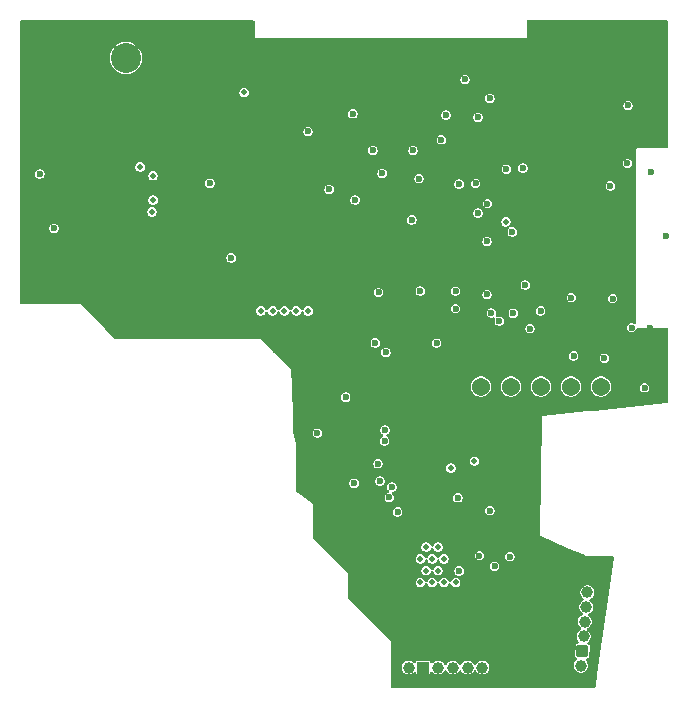
<source format=gbr>
%TF.GenerationSoftware,KiCad,Pcbnew,9.0.6*%
%TF.CreationDate,2025-12-03T15:23:28+01:00*%
%TF.ProjectId,Spinmodule,5370696e-6d6f-4647-956c-652e6b696361,rev?*%
%TF.SameCoordinates,Original*%
%TF.FileFunction,Copper,L2,Inr*%
%TF.FilePolarity,Positive*%
%FSLAX46Y46*%
G04 Gerber Fmt 4.6, Leading zero omitted, Abs format (unit mm)*
G04 Created by KiCad (PCBNEW 9.0.6) date 2025-12-03 15:23:28*
%MOMM*%
%LPD*%
G01*
G04 APERTURE LIST*
G04 Aperture macros list*
%AMRotRect*
0 Rectangle, with rotation*
0 The origin of the aperture is its center*
0 $1 length*
0 $2 width*
0 $3 Rotation angle, in degrees counterclockwise*
0 Add horizontal line*
21,1,$1,$2,0,0,$3*%
G04 Aperture macros list end*
%TA.AperFunction,ComponentPad*%
%ADD10C,2.540000*%
%TD*%
%TA.AperFunction,ComponentPad*%
%ADD11C,0.250000*%
%TD*%
%TA.AperFunction,ComponentPad*%
%ADD12C,1.540000*%
%TD*%
%TA.AperFunction,ComponentPad*%
%ADD13O,1.325000X1.700000*%
%TD*%
%TA.AperFunction,ComponentPad*%
%ADD14O,1.400000X1.150000*%
%TD*%
%TA.AperFunction,ComponentPad*%
%ADD15C,1.000000*%
%TD*%
%TA.AperFunction,ComponentPad*%
%ADD16R,1.000000X1.000000*%
%TD*%
%TA.AperFunction,ComponentPad*%
%ADD17RotRect,1.000000X1.000000X85.000000*%
%TD*%
%TA.AperFunction,ViaPad*%
%ADD18C,0.600000*%
%TD*%
%TA.AperFunction,ViaPad*%
%ADD19C,0.500000*%
%TD*%
G04 APERTURE END LIST*
D10*
%TO.N,GND*%
%TO.C,BT1*%
X121892160Y-79689360D03*
%TO.N,BAT+*%
X126892160Y-79689360D03*
%TD*%
D11*
%TO.N,GND*%
%TO.C,U10*%
X135492950Y-85728600D03*
X136692950Y-85728600D03*
X136092950Y-85728600D03*
X135492950Y-86238600D03*
X136692950Y-86238600D03*
X136092950Y-86238600D03*
X135492950Y-86748600D03*
X135492950Y-87258600D03*
X135492950Y-87768600D03*
X136692950Y-86748600D03*
X136692950Y-87258600D03*
X136692950Y-87768600D03*
X136692950Y-88278600D03*
X136092950Y-88278600D03*
X136092950Y-86748600D03*
X136092950Y-87258600D03*
X135492950Y-88278600D03*
X136092950Y-87768600D03*
%TD*%
D12*
%TO.N,/logic/ESP32_EN*%
%TO.C,P3*%
X167092950Y-107503600D03*
%TO.N,VCC*%
X156932950Y-107503600D03*
%TO.N,/logic/ESP32_IO0*%
X164552950Y-107503600D03*
%TO.N,/logic/ESP32_U0RXD*%
X162012950Y-107503600D03*
%TO.N,Net-(P3-Pad4)*%
X159472950Y-107503600D03*
%TO.N,GND*%
X154392950Y-107503600D03*
%TD*%
D13*
%TO.N,GND*%
%TO.C,USB1*%
X152944950Y-79153600D03*
D14*
X151944950Y-82053600D03*
X146944950Y-82053600D03*
D13*
X145944940Y-79153600D03*
%TD*%
D15*
%TO.N,/power/ENCB-M1*%
%TO.C,P2*%
X150809280Y-131289340D03*
D16*
%TO.N,PGND*%
X152059260Y-131289340D03*
D15*
%TO.N,ENCB-OUTB*%
X153309250Y-131289340D03*
%TO.N,ENCB-OUTA*%
X154559280Y-131289340D03*
%TO.N,VCC*%
X155809270Y-131289340D03*
%TO.N,/power/ENCB-M2*%
X157059250Y-131289340D03*
%TD*%
%TO.N,/power/ENCA-M1*%
%TO.C,P1*%
X165410160Y-131141660D03*
D17*
%TO.N,PGND*%
X165519130Y-129896460D03*
D15*
%TO.N,ENCA-OUTB*%
X165628090Y-128651200D03*
%TO.N,ENCA-OUTA*%
X165737008Y-127405940D03*
%TO.N,VCC*%
X165845970Y-126160730D03*
%TO.N,/power/ENCA-M2*%
X165954890Y-124915470D03*
%TD*%
D18*
%TO.N,NRF_CE*%
X148892950Y-104603600D03*
X157819410Y-101277040D03*
%TO.N,/logic/SCL_1*%
X156692930Y-84703610D03*
%TO.N,/logic/SDA_1*%
X153988950Y-84503610D03*
%TO.N,Net-(P3-Pad4)*%
X169349140Y-88603580D03*
X159676970Y-101295600D03*
X169392930Y-83703610D03*
D19*
%TO.N,MB_CW*%
X154396920Y-114403570D03*
D18*
X156817950Y-121819660D03*
D19*
%TO.N,MA_CW*%
X156392960Y-113803580D03*
D18*
X159392950Y-121903590D03*
%TO.N,/logic/ESP32_U0RXD*%
X162000660Y-101095860D03*
%TO.N,/logic/ESP32_IO0*%
X164592940Y-99961590D03*
%TO.N,/logic/ESP32_EN*%
X171359260Y-89299370D03*
D19*
%TO.N,+12*%
X140309270Y-101089350D03*
X151809270Y-122089360D03*
X141309270Y-101089350D03*
X153309300Y-123089360D03*
X154809270Y-124089360D03*
X142309270Y-101089350D03*
X152309300Y-123089360D03*
X151809270Y-124089360D03*
X152809270Y-122089360D03*
X138309280Y-101089350D03*
X139309270Y-101089350D03*
X153309300Y-121089360D03*
X152309300Y-121089360D03*
X153809270Y-122089360D03*
X152809270Y-124089360D03*
X153809270Y-124089360D03*
D18*
%TO.N,VCC*%
X143092960Y-111432590D03*
X170792930Y-107603590D03*
X145492950Y-108403590D03*
X151805410Y-99416050D03*
X147992950Y-103803600D03*
X119592950Y-89503600D03*
X155592960Y-81503620D03*
X159592950Y-94403600D03*
D19*
X136892950Y-82603600D03*
D18*
X172587190Y-94789190D03*
X157692930Y-83103610D03*
X120792950Y-94103600D03*
X157692930Y-118003620D03*
X142292950Y-85903600D03*
X135792950Y-96603600D03*
X154980510Y-116916040D03*
X146203390Y-115689170D03*
X146292950Y-91703590D03*
X151092950Y-93382080D03*
X169692960Y-102503570D03*
%TO.N,SMPS_EN*%
X153192960Y-103818380D03*
X148269480Y-99527060D03*
X155092940Y-123103580D03*
X157446950Y-99703600D03*
X158092950Y-122703600D03*
X154792950Y-100903600D03*
X157446950Y-95207600D03*
X133986070Y-90286990D03*
X144092950Y-90803600D03*
D19*
%TO.N,/logic/SDA*%
X159063930Y-93549590D03*
X129192950Y-91703600D03*
X129181500Y-89653600D03*
D18*
%TO.N,/logic/SCL*%
X159092930Y-89103600D03*
%TO.N,/logic/RED*%
X149392970Y-116003620D03*
%TO.N,PGND*%
X153592960Y-86603580D03*
X160692920Y-98907600D03*
X146092950Y-84403580D03*
X160492920Y-89003570D03*
%TO.N,/logic/MISO*%
X148226380Y-114037030D03*
X148815990Y-111184480D03*
%TO.N,/logic/IR_TX*%
X156492930Y-90303600D03*
%TO.N,/logic/IR_RX*%
X148573920Y-89449600D03*
%TO.N,/logic/GREEN*%
X149180480Y-116891150D03*
%TO.N,GND*%
X158592950Y-113803580D03*
D19*
X131065960Y-81330590D03*
D18*
X147359470Y-115670120D03*
D19*
X126592950Y-91903600D03*
X158309290Y-127089350D03*
D18*
X172092950Y-86203580D03*
D19*
X162809300Y-128089350D03*
X164192940Y-97903580D03*
D18*
X157471950Y-119103590D03*
X147480530Y-83416070D03*
X151092940Y-88403580D03*
D19*
X145992930Y-113503600D03*
D18*
X142092960Y-112006580D03*
D19*
X156809260Y-126089350D03*
X162092970Y-95703590D03*
X121792950Y-92103600D03*
X144792930Y-112330580D03*
X154309290Y-127089350D03*
X164892970Y-97103580D03*
D18*
X146592930Y-108503610D03*
D19*
X162792950Y-97903580D03*
X126439260Y-89409370D03*
X144938530Y-113358000D03*
D18*
X158092930Y-90303600D03*
D19*
X145992930Y-112303600D03*
X162792950Y-96403610D03*
D18*
X147141260Y-121855270D03*
D19*
X163492970Y-95703590D03*
X153309300Y-127089350D03*
X152809270Y-126089350D03*
X132992950Y-94003600D03*
D18*
X138192950Y-81703600D03*
D19*
X154809270Y-126089350D03*
D18*
X144492960Y-108403590D03*
D19*
X157309290Y-127089350D03*
X164892970Y-95803610D03*
D18*
X170792930Y-106703620D03*
D19*
X161309280Y-127089350D03*
X162092970Y-97103580D03*
X158809310Y-126089350D03*
X153809270Y-126089350D03*
X132092950Y-83503600D03*
D18*
X147292950Y-98803600D03*
D19*
X160809310Y-126089350D03*
D18*
X143392930Y-108503610D03*
D19*
X164192940Y-95003610D03*
X161809300Y-126089350D03*
D18*
X151592950Y-96903600D03*
D19*
X152309300Y-127089350D03*
D18*
X171230930Y-104903620D03*
X144292950Y-119303600D03*
X155092940Y-115057570D03*
X171192930Y-85003580D03*
D19*
X151809270Y-126089350D03*
X121792950Y-83203600D03*
D18*
X171230930Y-102503620D03*
X161092920Y-130403590D03*
D19*
X134992950Y-95603600D03*
X157809310Y-126089350D03*
X123192950Y-94803600D03*
X164192940Y-96403610D03*
D18*
X139092950Y-84853600D03*
X146466170Y-100251930D03*
X148064450Y-116596460D03*
X159249260Y-80259370D03*
X164992930Y-89103580D03*
X136280530Y-78116070D03*
X141892960Y-115903600D03*
X148781240Y-122691900D03*
D19*
X151809270Y-128089350D03*
X163492970Y-97203610D03*
X130792950Y-89003600D03*
D18*
X171992930Y-103703620D03*
D19*
X162309280Y-127089350D03*
X133892950Y-94003600D03*
%TO.N,/logic/FREQ*%
X129092950Y-92703600D03*
D18*
X168092960Y-100057600D03*
D19*
X128092950Y-88903600D03*
D18*
%TO.N,ENCB-OUTB*%
X158492930Y-101949600D03*
%TO.N,ENCB-OUTA*%
X161092920Y-102603600D03*
%TO.N,ENCA-OUTB*%
X164792940Y-104903620D03*
%TO.N,ENCA-OUTA*%
X167392940Y-105103620D03*
%TO.N,D_N*%
X157492950Y-92003600D03*
%TO.N,D_P*%
X156692950Y-92803600D03*
%TO.N,/logic/CSN*%
X148791800Y-112102490D03*
X148392950Y-115503600D03*
%TO.N,CRG_STDBY*%
X151692950Y-89903600D03*
X154792960Y-99403600D03*
X155092940Y-90357600D03*
%TO.N,/logic/BLUE*%
X149892950Y-118103590D03*
%TO.N,+5*%
X147792920Y-87503600D03*
X151192970Y-87503600D03*
%TO.N,/logic/EN_LIGHT*%
X167892960Y-90503600D03*
%TD*%
%TA.AperFunction,Conductor*%
%TO.N,GND*%
G36*
X137751799Y-76509555D02*
G01*
X137797554Y-76562359D01*
X137808760Y-76613870D01*
X137808760Y-77923592D01*
X137824059Y-77960528D01*
X137824060Y-77960529D01*
X137852331Y-77988800D01*
X137889269Y-78004100D01*
X137889271Y-78004100D01*
X160729239Y-78004100D01*
X160729241Y-78004100D01*
X160766179Y-77988800D01*
X160794450Y-77960529D01*
X160809750Y-77923591D01*
X160809750Y-76613870D01*
X160829435Y-76546831D01*
X160882239Y-76501076D01*
X160933750Y-76489870D01*
X172668930Y-76489870D01*
X172735969Y-76509555D01*
X172781724Y-76562359D01*
X172792930Y-76613870D01*
X172792930Y-87179600D01*
X172773245Y-87246639D01*
X172720441Y-87292394D01*
X172668930Y-87303600D01*
X170192949Y-87303600D01*
X170092950Y-87403599D01*
X170092950Y-102057272D01*
X170073265Y-102124311D01*
X170020461Y-102170066D01*
X169951303Y-102180010D01*
X169906950Y-102164659D01*
X169847549Y-102130364D01*
X169847548Y-102130363D01*
X169847547Y-102130363D01*
X169745687Y-102103070D01*
X169640233Y-102103070D01*
X169538373Y-102130363D01*
X169538370Y-102130364D01*
X169447045Y-102183091D01*
X169372481Y-102257655D01*
X169319754Y-102348980D01*
X169319753Y-102348983D01*
X169292460Y-102450843D01*
X169292460Y-102556297D01*
X169319753Y-102658157D01*
X169372480Y-102749483D01*
X169447047Y-102824050D01*
X169538373Y-102876777D01*
X169640233Y-102904070D01*
X169640235Y-102904070D01*
X169745685Y-102904070D01*
X169745687Y-102904070D01*
X169847547Y-102876777D01*
X169938873Y-102824050D01*
X170013440Y-102749483D01*
X170066167Y-102658157D01*
X170082954Y-102595506D01*
X170119317Y-102535847D01*
X170182164Y-102505317D01*
X170202728Y-102503600D01*
X172668930Y-102503600D01*
X172735969Y-102523285D01*
X172781724Y-102576089D01*
X172792930Y-102627600D01*
X172792930Y-108796132D01*
X172773245Y-108863171D01*
X172720441Y-108908926D01*
X172681545Y-108919489D01*
X166544419Y-109547075D01*
X166544418Y-109547075D01*
X165953479Y-109607505D01*
X162235360Y-109987724D01*
X162235359Y-109987723D01*
X162227804Y-109988495D01*
X162213980Y-109988216D01*
X162208103Y-109990511D01*
X162201818Y-109991154D01*
X162196310Y-109994124D01*
X162196311Y-109994125D01*
X162189632Y-109997727D01*
X162176739Y-110002764D01*
X162172184Y-110007136D01*
X162166630Y-110010132D01*
X162166628Y-110010134D01*
X162162675Y-110014988D01*
X162152423Y-110026112D01*
X162147903Y-110030451D01*
X162147902Y-110030453D01*
X162147901Y-110030456D01*
X162145366Y-110036239D01*
X162141381Y-110041134D01*
X162137412Y-110054392D01*
X162134374Y-110061328D01*
X162134371Y-110061337D01*
X162131855Y-110067078D01*
X162131854Y-110067082D01*
X162131726Y-110073394D01*
X162129918Y-110079437D01*
X162131324Y-110093195D01*
X162131171Y-110100770D01*
X162131172Y-110100786D01*
X161929381Y-120055410D01*
X161929071Y-120058119D01*
X161928737Y-120086932D01*
X161928720Y-120087995D01*
X161928335Y-120107055D01*
X161928486Y-120107905D01*
X161935577Y-120125600D01*
X161935972Y-120126599D01*
X161942886Y-120144296D01*
X161943353Y-120145026D01*
X161956651Y-120158635D01*
X161957403Y-120159411D01*
X161970576Y-120173129D01*
X161970581Y-120173131D01*
X161971300Y-120173632D01*
X161988734Y-120181091D01*
X161989722Y-120181518D01*
X162007196Y-120189174D01*
X162007197Y-120189174D01*
X162016227Y-120193130D01*
X162018824Y-120193962D01*
X164220549Y-121135857D01*
X165778581Y-121802381D01*
X165778580Y-121802381D01*
X165779097Y-121802602D01*
X165796927Y-121810414D01*
X165797380Y-121810423D01*
X165797801Y-121810603D01*
X165816938Y-121810823D01*
X165817827Y-121810837D01*
X168063415Y-121856351D01*
X168130038Y-121877389D01*
X168174714Y-121931110D01*
X168183692Y-121997582D01*
X167532196Y-126633247D01*
X166795579Y-131874587D01*
X166653979Y-132882127D01*
X166625156Y-132945775D01*
X166566498Y-132983736D01*
X166531186Y-132988870D01*
X149433253Y-132988870D01*
X149366214Y-132969185D01*
X149320459Y-132916381D01*
X149309253Y-132864870D01*
X149309256Y-131573824D01*
X149309256Y-131367078D01*
X150218779Y-131367078D01*
X150219451Y-131369587D01*
X150257703Y-131512343D01*
X150259023Y-131517267D01*
X150336760Y-131651911D01*
X150336762Y-131651913D01*
X150336763Y-131651915D01*
X150446705Y-131761857D01*
X150446706Y-131761858D01*
X150446708Y-131761859D01*
X150581352Y-131839596D01*
X150581353Y-131839596D01*
X150581356Y-131839598D01*
X150731539Y-131879840D01*
X150731542Y-131879840D01*
X150887018Y-131879840D01*
X150887021Y-131879840D01*
X151037204Y-131839598D01*
X151171855Y-131761857D01*
X151257082Y-131676629D01*
X151318401Y-131643147D01*
X151388093Y-131648131D01*
X151444027Y-131690002D01*
X151468444Y-131755466D01*
X151468760Y-131764310D01*
X151468760Y-131798248D01*
X151474011Y-131824652D01*
X151474012Y-131824654D01*
X151494012Y-131854587D01*
X151523948Y-131874589D01*
X151532667Y-131876323D01*
X151550347Y-131879840D01*
X152568172Y-131879839D01*
X152594571Y-131874589D01*
X152624507Y-131854587D01*
X152644509Y-131824651D01*
X152649760Y-131798253D01*
X152649759Y-131764302D01*
X152669442Y-131697266D01*
X152722245Y-131651510D01*
X152791403Y-131641565D01*
X152854959Y-131670588D01*
X152861440Y-131676622D01*
X152946675Y-131761857D01*
X152946676Y-131761858D01*
X152946678Y-131761859D01*
X153081322Y-131839596D01*
X153081323Y-131839596D01*
X153081326Y-131839598D01*
X153231509Y-131879840D01*
X153231512Y-131879840D01*
X153386988Y-131879840D01*
X153386991Y-131879840D01*
X153537174Y-131839598D01*
X153671825Y-131761857D01*
X153781767Y-131651915D01*
X153826878Y-131573781D01*
X153877445Y-131525565D01*
X153946052Y-131512343D01*
X154010917Y-131538311D01*
X154041652Y-131573781D01*
X154086763Y-131651915D01*
X154196705Y-131761857D01*
X154196706Y-131761858D01*
X154196708Y-131761859D01*
X154331352Y-131839596D01*
X154331353Y-131839596D01*
X154331356Y-131839598D01*
X154481539Y-131879840D01*
X154481542Y-131879840D01*
X154637018Y-131879840D01*
X154637021Y-131879840D01*
X154787204Y-131839598D01*
X154921855Y-131761857D01*
X155031797Y-131651915D01*
X155076888Y-131573814D01*
X155127455Y-131525599D01*
X155196062Y-131512376D01*
X155260927Y-131538344D01*
X155291661Y-131573814D01*
X155336753Y-131651915D01*
X155446695Y-131761857D01*
X155446696Y-131761858D01*
X155446698Y-131761859D01*
X155581342Y-131839596D01*
X155581343Y-131839596D01*
X155581346Y-131839598D01*
X155731529Y-131879840D01*
X155731532Y-131879840D01*
X155887008Y-131879840D01*
X155887011Y-131879840D01*
X156037194Y-131839598D01*
X156171845Y-131761857D01*
X156281787Y-131651915D01*
X156326873Y-131573824D01*
X156377440Y-131525608D01*
X156446047Y-131512385D01*
X156510912Y-131538354D01*
X156541647Y-131573824D01*
X156586733Y-131651915D01*
X156696675Y-131761857D01*
X156696676Y-131761858D01*
X156696678Y-131761859D01*
X156831322Y-131839596D01*
X156831323Y-131839596D01*
X156831326Y-131839598D01*
X156981509Y-131879840D01*
X156981512Y-131879840D01*
X157136988Y-131879840D01*
X157136991Y-131879840D01*
X157287174Y-131839598D01*
X157421825Y-131761857D01*
X157531767Y-131651915D01*
X157609508Y-131517264D01*
X157649750Y-131367081D01*
X157649750Y-131219398D01*
X164819659Y-131219398D01*
X164819660Y-131219401D01*
X164859231Y-131367081D01*
X164859903Y-131369587D01*
X164937640Y-131504231D01*
X164937642Y-131504233D01*
X164937643Y-131504235D01*
X165047585Y-131614177D01*
X165047586Y-131614178D01*
X165047588Y-131614179D01*
X165182232Y-131691916D01*
X165182233Y-131691916D01*
X165182236Y-131691918D01*
X165332419Y-131732160D01*
X165332422Y-131732160D01*
X165487898Y-131732160D01*
X165487901Y-131732160D01*
X165638084Y-131691918D01*
X165772735Y-131614177D01*
X165882677Y-131504235D01*
X165960418Y-131369584D01*
X166000660Y-131219401D01*
X166000660Y-131063919D01*
X165960418Y-130913736D01*
X165953669Y-130902047D01*
X165882679Y-130779088D01*
X165882674Y-130779082D01*
X165840772Y-130737180D01*
X165807287Y-130675857D01*
X165812271Y-130606165D01*
X165854143Y-130550232D01*
X165919607Y-130525815D01*
X165939251Y-130525970D01*
X165974640Y-130529067D01*
X166001396Y-130526137D01*
X166032962Y-130508821D01*
X166055497Y-130480742D01*
X166063028Y-130454902D01*
X166151737Y-129440950D01*
X166148807Y-129414194D01*
X166131491Y-129382628D01*
X166103412Y-129360093D01*
X166103411Y-129360092D01*
X166103407Y-129360091D01*
X166077573Y-129352562D01*
X166061009Y-129351112D01*
X166049498Y-129350105D01*
X165984430Y-129324654D01*
X165943451Y-129268063D01*
X165939573Y-129198301D01*
X165974027Y-129137517D01*
X165984818Y-129128203D01*
X165990657Y-129123721D01*
X165990665Y-129123717D01*
X166100607Y-129013775D01*
X166178348Y-128879124D01*
X166218590Y-128728941D01*
X166218590Y-128573459D01*
X166178348Y-128423276D01*
X166100607Y-128288625D01*
X165990665Y-128178683D01*
X165971119Y-128167398D01*
X165922905Y-128116831D01*
X165909683Y-128048224D01*
X165935651Y-127983359D01*
X165971121Y-127952625D01*
X165992456Y-127940307D01*
X166099583Y-127878457D01*
X166209525Y-127768515D01*
X166287266Y-127633864D01*
X166327508Y-127483681D01*
X166327508Y-127328199D01*
X166287266Y-127178016D01*
X166209525Y-127043365D01*
X166099583Y-126933423D01*
X166080101Y-126922175D01*
X166031887Y-126871607D01*
X166018666Y-126802999D01*
X166044635Y-126738135D01*
X166080101Y-126707403D01*
X166208545Y-126633247D01*
X166318487Y-126523305D01*
X166396228Y-126388654D01*
X166436470Y-126238471D01*
X166436470Y-126082989D01*
X166396228Y-125932806D01*
X166318487Y-125798155D01*
X166208545Y-125688213D01*
X166188999Y-125676928D01*
X166140785Y-125626359D01*
X166127564Y-125557752D01*
X166153533Y-125492888D01*
X166189000Y-125462156D01*
X166317465Y-125387987D01*
X166427407Y-125278045D01*
X166505148Y-125143394D01*
X166545390Y-124993211D01*
X166545390Y-124837729D01*
X166505148Y-124687546D01*
X166427407Y-124552895D01*
X166317465Y-124442953D01*
X166317463Y-124442952D01*
X166317461Y-124442950D01*
X166182817Y-124365213D01*
X166182818Y-124365213D01*
X166170501Y-124361912D01*
X166032631Y-124324970D01*
X165877149Y-124324970D01*
X165739278Y-124361912D01*
X165726962Y-124365213D01*
X165592318Y-124442950D01*
X165592312Y-124442955D01*
X165482375Y-124552892D01*
X165482370Y-124552898D01*
X165404633Y-124687542D01*
X165404632Y-124687546D01*
X165364390Y-124837729D01*
X165364390Y-124837731D01*
X165364390Y-124993208D01*
X165364389Y-124993208D01*
X165404633Y-125143397D01*
X165482370Y-125278041D01*
X165482372Y-125278043D01*
X165482373Y-125278045D01*
X165592315Y-125387987D01*
X165592318Y-125387988D01*
X165592321Y-125387991D01*
X165611858Y-125399271D01*
X165660073Y-125449838D01*
X165673295Y-125518446D01*
X165647327Y-125583310D01*
X165611858Y-125614044D01*
X165483395Y-125688213D01*
X165483392Y-125688215D01*
X165373455Y-125798152D01*
X165373450Y-125798158D01*
X165295713Y-125932802D01*
X165295712Y-125932806D01*
X165255470Y-126082989D01*
X165255470Y-126082991D01*
X165255470Y-126238468D01*
X165255469Y-126238468D01*
X165295713Y-126388657D01*
X165373450Y-126523301D01*
X165373452Y-126523303D01*
X165373453Y-126523305D01*
X165483395Y-126633247D01*
X165490760Y-126637499D01*
X165502874Y-126644494D01*
X165551089Y-126695061D01*
X165564311Y-126763668D01*
X165538343Y-126828533D01*
X165502874Y-126859267D01*
X165374433Y-126933423D01*
X165374430Y-126933425D01*
X165264493Y-127043362D01*
X165264488Y-127043368D01*
X165186751Y-127178012D01*
X165186750Y-127178016D01*
X165146508Y-127328199D01*
X165146508Y-127328201D01*
X165146508Y-127483678D01*
X165146507Y-127483678D01*
X165186751Y-127633867D01*
X165264488Y-127768511D01*
X165264490Y-127768513D01*
X165264491Y-127768515D01*
X165374433Y-127878457D01*
X165393976Y-127889740D01*
X165442191Y-127940307D01*
X165455415Y-128008914D01*
X165429447Y-128073778D01*
X165393977Y-128104513D01*
X165265521Y-128178679D01*
X165265512Y-128178685D01*
X165155575Y-128288622D01*
X165155570Y-128288628D01*
X165077833Y-128423272D01*
X165077832Y-128423276D01*
X165037590Y-128573459D01*
X165037590Y-128573461D01*
X165037590Y-128728938D01*
X165037589Y-128728938D01*
X165077833Y-128879127D01*
X165155570Y-129013771D01*
X165155575Y-129013777D01*
X165197541Y-129055743D01*
X165231026Y-129117066D01*
X165226042Y-129186758D01*
X165184170Y-129242691D01*
X165118706Y-129267108D01*
X165099055Y-129266952D01*
X165063629Y-129263853D01*
X165063613Y-129263853D01*
X165036865Y-129266782D01*
X165005297Y-129284099D01*
X164982762Y-129312178D01*
X164982761Y-129312182D01*
X164975232Y-129338014D01*
X164975232Y-129338017D01*
X164886523Y-130351963D01*
X164886523Y-130351976D01*
X164889452Y-130378724D01*
X164889452Y-130378725D01*
X164889453Y-130378726D01*
X164906769Y-130410292D01*
X164934848Y-130432827D01*
X164960688Y-130440358D01*
X164988681Y-130442807D01*
X165053750Y-130468259D01*
X165094729Y-130524850D01*
X165098607Y-130594612D01*
X165064153Y-130655396D01*
X165053365Y-130664707D01*
X165047586Y-130669141D01*
X164937645Y-130779082D01*
X164937640Y-130779088D01*
X164859903Y-130913732D01*
X164859902Y-130913736D01*
X164819660Y-131063919D01*
X164819660Y-131063921D01*
X164819660Y-131219398D01*
X164819659Y-131219398D01*
X157649750Y-131219398D01*
X157649750Y-131211599D01*
X157609508Y-131061416D01*
X157604695Y-131053080D01*
X157531769Y-130926768D01*
X157531764Y-130926762D01*
X157421827Y-130816825D01*
X157421821Y-130816820D01*
X157287177Y-130739083D01*
X157287178Y-130739083D01*
X157274861Y-130735782D01*
X157136991Y-130698840D01*
X156981509Y-130698840D01*
X156843638Y-130735782D01*
X156831322Y-130739083D01*
X156696678Y-130816820D01*
X156696672Y-130816825D01*
X156586735Y-130926762D01*
X156586733Y-130926765D01*
X156541647Y-131004856D01*
X156491079Y-131053071D01*
X156422472Y-131066293D01*
X156357608Y-131040325D01*
X156326873Y-131004856D01*
X156326033Y-131003401D01*
X156281787Y-130926765D01*
X156171845Y-130816823D01*
X156171843Y-130816822D01*
X156171841Y-130816820D01*
X156037197Y-130739083D01*
X156037198Y-130739083D01*
X156024881Y-130735782D01*
X155887011Y-130698840D01*
X155731529Y-130698840D01*
X155593658Y-130735782D01*
X155581342Y-130739083D01*
X155446698Y-130816820D01*
X155446692Y-130816825D01*
X155336755Y-130926762D01*
X155336753Y-130926765D01*
X155291662Y-131004865D01*
X155241095Y-131053080D01*
X155172487Y-131066302D01*
X155107623Y-131040334D01*
X155076888Y-131004865D01*
X155076883Y-131004856D01*
X155031797Y-130926765D01*
X154921855Y-130816823D01*
X154921853Y-130816822D01*
X154921851Y-130816820D01*
X154787207Y-130739083D01*
X154787208Y-130739083D01*
X154774891Y-130735782D01*
X154637021Y-130698840D01*
X154481539Y-130698840D01*
X154343668Y-130735782D01*
X154331352Y-130739083D01*
X154196708Y-130816820D01*
X154196702Y-130816825D01*
X154086765Y-130926762D01*
X154086763Y-130926765D01*
X154041652Y-131004899D01*
X153991084Y-131053114D01*
X153922477Y-131066336D01*
X153857612Y-131040368D01*
X153826878Y-131004899D01*
X153819584Y-130992267D01*
X153781767Y-130926765D01*
X153671825Y-130816823D01*
X153671823Y-130816822D01*
X153671821Y-130816820D01*
X153537177Y-130739083D01*
X153537178Y-130739083D01*
X153524861Y-130735782D01*
X153386991Y-130698840D01*
X153231509Y-130698840D01*
X153093638Y-130735782D01*
X153081322Y-130739083D01*
X152946678Y-130816820D01*
X152861440Y-130902058D01*
X152800116Y-130935542D01*
X152730425Y-130930558D01*
X152674491Y-130888686D01*
X152650075Y-130823221D01*
X152649759Y-130814376D01*
X152649759Y-130780431D01*
X152649759Y-130780428D01*
X152644509Y-130754029D01*
X152644508Y-130754027D01*
X152644507Y-130754025D01*
X152624507Y-130724092D01*
X152594571Y-130704090D01*
X152568175Y-130698840D01*
X151550351Y-130698840D01*
X151523947Y-130704091D01*
X151523945Y-130704092D01*
X151494012Y-130724092D01*
X151474010Y-130754028D01*
X151468760Y-130780424D01*
X151468760Y-130814366D01*
X151449075Y-130881405D01*
X151396271Y-130927160D01*
X151327113Y-130937104D01*
X151263557Y-130908079D01*
X151257079Y-130902047D01*
X151171857Y-130816825D01*
X151171851Y-130816820D01*
X151037207Y-130739083D01*
X151037208Y-130739083D01*
X151024891Y-130735782D01*
X150887021Y-130698840D01*
X150731539Y-130698840D01*
X150593668Y-130735782D01*
X150581352Y-130739083D01*
X150446708Y-130816820D01*
X150446702Y-130816825D01*
X150336765Y-130926762D01*
X150336760Y-130926768D01*
X150259023Y-131061412D01*
X150259022Y-131061416D01*
X150218780Y-131211599D01*
X150218780Y-131211601D01*
X150218780Y-131367078D01*
X150218779Y-131367078D01*
X149309256Y-131367078D01*
X149309260Y-129089380D01*
X145745579Y-125525699D01*
X145712094Y-125464376D01*
X145709260Y-125438018D01*
X145709260Y-124036633D01*
X151408770Y-124036633D01*
X151408770Y-124142087D01*
X151436063Y-124243947D01*
X151488790Y-124335273D01*
X151563357Y-124409840D01*
X151654683Y-124462567D01*
X151756543Y-124489860D01*
X151756545Y-124489860D01*
X151861995Y-124489860D01*
X151861997Y-124489860D01*
X151963857Y-124462567D01*
X152055183Y-124409840D01*
X152129750Y-124335273D01*
X152182477Y-124243947D01*
X152189495Y-124217753D01*
X152225859Y-124158093D01*
X152288706Y-124127563D01*
X152358082Y-124135857D01*
X152411960Y-124180342D01*
X152429045Y-124217754D01*
X152436062Y-124243945D01*
X152436063Y-124243947D01*
X152488790Y-124335273D01*
X152563357Y-124409840D01*
X152654683Y-124462567D01*
X152756543Y-124489860D01*
X152756545Y-124489860D01*
X152861995Y-124489860D01*
X152861997Y-124489860D01*
X152963857Y-124462567D01*
X153055183Y-124409840D01*
X153129750Y-124335273D01*
X153182477Y-124243947D01*
X153189495Y-124217753D01*
X153225859Y-124158093D01*
X153288706Y-124127563D01*
X153358082Y-124135857D01*
X153411960Y-124180342D01*
X153429045Y-124217754D01*
X153436062Y-124243945D01*
X153436063Y-124243947D01*
X153488790Y-124335273D01*
X153563357Y-124409840D01*
X153654683Y-124462567D01*
X153756543Y-124489860D01*
X153756545Y-124489860D01*
X153861995Y-124489860D01*
X153861997Y-124489860D01*
X153963857Y-124462567D01*
X154055183Y-124409840D01*
X154129750Y-124335273D01*
X154182477Y-124243947D01*
X154189495Y-124217753D01*
X154225859Y-124158093D01*
X154288706Y-124127563D01*
X154358082Y-124135857D01*
X154411960Y-124180342D01*
X154429045Y-124217754D01*
X154436062Y-124243945D01*
X154436063Y-124243947D01*
X154488790Y-124335273D01*
X154563357Y-124409840D01*
X154654683Y-124462567D01*
X154756543Y-124489860D01*
X154756545Y-124489860D01*
X154861995Y-124489860D01*
X154861997Y-124489860D01*
X154963857Y-124462567D01*
X155055183Y-124409840D01*
X155129750Y-124335273D01*
X155182477Y-124243947D01*
X155209770Y-124142087D01*
X155209770Y-124036633D01*
X155182477Y-123934773D01*
X155129750Y-123843447D01*
X155055183Y-123768880D01*
X154963857Y-123716153D01*
X154861997Y-123688860D01*
X154756543Y-123688860D01*
X154654683Y-123716153D01*
X154654680Y-123716154D01*
X154563355Y-123768881D01*
X154488791Y-123843445D01*
X154436064Y-123934770D01*
X154436063Y-123934773D01*
X154429045Y-123960966D01*
X154392680Y-124020627D01*
X154329833Y-124051156D01*
X154260458Y-124042861D01*
X154206580Y-123998376D01*
X154189495Y-123960966D01*
X154182477Y-123934773D01*
X154129750Y-123843447D01*
X154055183Y-123768880D01*
X153963857Y-123716153D01*
X153861997Y-123688860D01*
X153756543Y-123688860D01*
X153654683Y-123716153D01*
X153654680Y-123716154D01*
X153563355Y-123768881D01*
X153488791Y-123843445D01*
X153436064Y-123934770D01*
X153436063Y-123934773D01*
X153429045Y-123960966D01*
X153392680Y-124020627D01*
X153329833Y-124051156D01*
X153260458Y-124042861D01*
X153206580Y-123998376D01*
X153189495Y-123960966D01*
X153182477Y-123934773D01*
X153129750Y-123843447D01*
X153055183Y-123768880D01*
X152963857Y-123716153D01*
X152861997Y-123688860D01*
X152756543Y-123688860D01*
X152654683Y-123716153D01*
X152654680Y-123716154D01*
X152563355Y-123768881D01*
X152488791Y-123843445D01*
X152436064Y-123934770D01*
X152436063Y-123934773D01*
X152429045Y-123960966D01*
X152392680Y-124020627D01*
X152329833Y-124051156D01*
X152260458Y-124042861D01*
X152206580Y-123998376D01*
X152189495Y-123960966D01*
X152182477Y-123934773D01*
X152129750Y-123843447D01*
X152055183Y-123768880D01*
X151963857Y-123716153D01*
X151861997Y-123688860D01*
X151756543Y-123688860D01*
X151654683Y-123716153D01*
X151654680Y-123716154D01*
X151563355Y-123768881D01*
X151488791Y-123843445D01*
X151436064Y-123934770D01*
X151436063Y-123934773D01*
X151408770Y-124036633D01*
X145709260Y-124036633D01*
X145709260Y-123319879D01*
X145505569Y-123116192D01*
X145505567Y-123116190D01*
X145426009Y-123036633D01*
X151908800Y-123036633D01*
X151908800Y-123142087D01*
X151936093Y-123243947D01*
X151988820Y-123335273D01*
X152063387Y-123409840D01*
X152154713Y-123462567D01*
X152256573Y-123489860D01*
X152256575Y-123489860D01*
X152362025Y-123489860D01*
X152362027Y-123489860D01*
X152463887Y-123462567D01*
X152555213Y-123409840D01*
X152629780Y-123335273D01*
X152682507Y-123243947D01*
X152689525Y-123217753D01*
X152725889Y-123158093D01*
X152788736Y-123127563D01*
X152858112Y-123135857D01*
X152911990Y-123180342D01*
X152929075Y-123217754D01*
X152936092Y-123243945D01*
X152936093Y-123243947D01*
X152988820Y-123335273D01*
X153063387Y-123409840D01*
X153154713Y-123462567D01*
X153256573Y-123489860D01*
X153256575Y-123489860D01*
X153362025Y-123489860D01*
X153362027Y-123489860D01*
X153463887Y-123462567D01*
X153555213Y-123409840D01*
X153629780Y-123335273D01*
X153682507Y-123243947D01*
X153709800Y-123142087D01*
X153709800Y-123050853D01*
X154692440Y-123050853D01*
X154692440Y-123156307D01*
X154719733Y-123258167D01*
X154772460Y-123349493D01*
X154847027Y-123424060D01*
X154938353Y-123476787D01*
X155040213Y-123504080D01*
X155077051Y-123504080D01*
X155145665Y-123504080D01*
X155145667Y-123504080D01*
X155247527Y-123476787D01*
X155338853Y-123424060D01*
X155413420Y-123349493D01*
X155466147Y-123258167D01*
X155493440Y-123156307D01*
X155493440Y-123050853D01*
X155466147Y-122948993D01*
X155413420Y-122857667D01*
X155338853Y-122783100D01*
X155247527Y-122730373D01*
X155145667Y-122703080D01*
X155040213Y-122703080D01*
X154938353Y-122730373D01*
X154938350Y-122730374D01*
X154847025Y-122783101D01*
X154772461Y-122857665D01*
X154719734Y-122948990D01*
X154719733Y-122948993D01*
X154692440Y-123050853D01*
X153709800Y-123050853D01*
X153709800Y-123036633D01*
X153682507Y-122934773D01*
X153629780Y-122843447D01*
X153555213Y-122768880D01*
X153463887Y-122716153D01*
X153362027Y-122688860D01*
X153256573Y-122688860D01*
X153154713Y-122716153D01*
X153154710Y-122716154D01*
X153063385Y-122768881D01*
X152988821Y-122843445D01*
X152936094Y-122934770D01*
X152936093Y-122934773D01*
X152932144Y-122949513D01*
X152929075Y-122960966D01*
X152892710Y-123020627D01*
X152829863Y-123051156D01*
X152760488Y-123042861D01*
X152706610Y-122998376D01*
X152689525Y-122960966D01*
X152682507Y-122934773D01*
X152629780Y-122843447D01*
X152555213Y-122768880D01*
X152463887Y-122716153D01*
X152362027Y-122688860D01*
X152256573Y-122688860D01*
X152154713Y-122716153D01*
X152154710Y-122716154D01*
X152063385Y-122768881D01*
X151988821Y-122843445D01*
X151936094Y-122934770D01*
X151936093Y-122934773D01*
X151908800Y-123036633D01*
X145426009Y-123036633D01*
X145040242Y-122650873D01*
X157692450Y-122650873D01*
X157692450Y-122756327D01*
X157719743Y-122858187D01*
X157772470Y-122949513D01*
X157847037Y-123024080D01*
X157938363Y-123076807D01*
X158040223Y-123104100D01*
X158040225Y-123104100D01*
X158145675Y-123104100D01*
X158145677Y-123104100D01*
X158247537Y-123076807D01*
X158338863Y-123024080D01*
X158413430Y-122949513D01*
X158466157Y-122858187D01*
X158493450Y-122756327D01*
X158493450Y-122650873D01*
X158466157Y-122549013D01*
X158413430Y-122457687D01*
X158338863Y-122383120D01*
X158255991Y-122335274D01*
X158247539Y-122330394D01*
X158247538Y-122330393D01*
X158247537Y-122330393D01*
X158145677Y-122303100D01*
X158040223Y-122303100D01*
X157938363Y-122330393D01*
X157938360Y-122330394D01*
X157847035Y-122383121D01*
X157772471Y-122457685D01*
X157719744Y-122549010D01*
X157719743Y-122549013D01*
X157692450Y-122650873D01*
X145040242Y-122650873D01*
X144425992Y-122036633D01*
X151408770Y-122036633D01*
X151408770Y-122142087D01*
X151436063Y-122243947D01*
X151488790Y-122335273D01*
X151563357Y-122409840D01*
X151654683Y-122462567D01*
X151756543Y-122489860D01*
X151756545Y-122489860D01*
X151861995Y-122489860D01*
X151861997Y-122489860D01*
X151963857Y-122462567D01*
X152055183Y-122409840D01*
X152129750Y-122335273D01*
X152182477Y-122243947D01*
X152189495Y-122217753D01*
X152225859Y-122158093D01*
X152288706Y-122127563D01*
X152358082Y-122135857D01*
X152411960Y-122180342D01*
X152429044Y-122217752D01*
X152430737Y-122224070D01*
X152436062Y-122243945D01*
X152436063Y-122243947D01*
X152488790Y-122335273D01*
X152563357Y-122409840D01*
X152654683Y-122462567D01*
X152756543Y-122489860D01*
X152756545Y-122489860D01*
X152861995Y-122489860D01*
X152861997Y-122489860D01*
X152963857Y-122462567D01*
X153055183Y-122409840D01*
X153129750Y-122335273D01*
X153182477Y-122243947D01*
X153189495Y-122217753D01*
X153225859Y-122158093D01*
X153288706Y-122127563D01*
X153358082Y-122135857D01*
X153411960Y-122180342D01*
X153429044Y-122217752D01*
X153430737Y-122224070D01*
X153436062Y-122243945D01*
X153436063Y-122243947D01*
X153488790Y-122335273D01*
X153563357Y-122409840D01*
X153654683Y-122462567D01*
X153756543Y-122489860D01*
X153756545Y-122489860D01*
X153861995Y-122489860D01*
X153861997Y-122489860D01*
X153963857Y-122462567D01*
X154055183Y-122409840D01*
X154129750Y-122335273D01*
X154182477Y-122243947D01*
X154209770Y-122142087D01*
X154209770Y-122036633D01*
X154182477Y-121934773D01*
X154129750Y-121843447D01*
X154055183Y-121768880D01*
X154051811Y-121766933D01*
X156417450Y-121766933D01*
X156417450Y-121872387D01*
X156444743Y-121974247D01*
X156497470Y-122065573D01*
X156572037Y-122140140D01*
X156663363Y-122192867D01*
X156765223Y-122220160D01*
X156765225Y-122220160D01*
X156870675Y-122220160D01*
X156870677Y-122220160D01*
X156972537Y-122192867D01*
X157063863Y-122140140D01*
X157138430Y-122065573D01*
X157191157Y-121974247D01*
X157218450Y-121872387D01*
X157218450Y-121850863D01*
X158992450Y-121850863D01*
X158992450Y-121956317D01*
X159019743Y-122058177D01*
X159072470Y-122149503D01*
X159147037Y-122224070D01*
X159238363Y-122276797D01*
X159340223Y-122304090D01*
X159340225Y-122304090D01*
X159445675Y-122304090D01*
X159445677Y-122304090D01*
X159547537Y-122276797D01*
X159638863Y-122224070D01*
X159713430Y-122149503D01*
X159766157Y-122058177D01*
X159793450Y-121956317D01*
X159793450Y-121850863D01*
X159766157Y-121749003D01*
X159713430Y-121657677D01*
X159638863Y-121583110D01*
X159547537Y-121530383D01*
X159445677Y-121503090D01*
X159340223Y-121503090D01*
X159238363Y-121530383D01*
X159238360Y-121530384D01*
X159147035Y-121583111D01*
X159072471Y-121657675D01*
X159019744Y-121749000D01*
X159019743Y-121749003D01*
X158992450Y-121850863D01*
X157218450Y-121850863D01*
X157218450Y-121766933D01*
X157191157Y-121665073D01*
X157138430Y-121573747D01*
X157063863Y-121499180D01*
X156972537Y-121446453D01*
X156870677Y-121419160D01*
X156765223Y-121419160D01*
X156663363Y-121446453D01*
X156663360Y-121446454D01*
X156572035Y-121499181D01*
X156497471Y-121573745D01*
X156444744Y-121665070D01*
X156444743Y-121665073D01*
X156417450Y-121766933D01*
X154051811Y-121766933D01*
X153963857Y-121716153D01*
X153861997Y-121688860D01*
X153756543Y-121688860D01*
X153654683Y-121716153D01*
X153654680Y-121716154D01*
X153563355Y-121768881D01*
X153488791Y-121843445D01*
X153436064Y-121934770D01*
X153436063Y-121934773D01*
X153430291Y-121956317D01*
X153429045Y-121960966D01*
X153392680Y-122020627D01*
X153329833Y-122051156D01*
X153260458Y-122042861D01*
X153206580Y-121998376D01*
X153189495Y-121960966D01*
X153182477Y-121934773D01*
X153129750Y-121843447D01*
X153055183Y-121768880D01*
X152963857Y-121716153D01*
X152861997Y-121688860D01*
X152756543Y-121688860D01*
X152654683Y-121716153D01*
X152654680Y-121716154D01*
X152563355Y-121768881D01*
X152488791Y-121843445D01*
X152436064Y-121934770D01*
X152436063Y-121934773D01*
X152430291Y-121956317D01*
X152429045Y-121960966D01*
X152392680Y-122020627D01*
X152329833Y-122051156D01*
X152260458Y-122042861D01*
X152206580Y-121998376D01*
X152189495Y-121960966D01*
X152182477Y-121934773D01*
X152129750Y-121843447D01*
X152055183Y-121768880D01*
X151963857Y-121716153D01*
X151861997Y-121688860D01*
X151756543Y-121688860D01*
X151654683Y-121716153D01*
X151654680Y-121716154D01*
X151563355Y-121768881D01*
X151488791Y-121843445D01*
X151436064Y-121934770D01*
X151436063Y-121934773D01*
X151408770Y-122036633D01*
X144425992Y-122036633D01*
X144363604Y-121974246D01*
X143505532Y-121116188D01*
X143425976Y-121036633D01*
X151908800Y-121036633D01*
X151908800Y-121142087D01*
X151936093Y-121243947D01*
X151988820Y-121335273D01*
X152063387Y-121409840D01*
X152154713Y-121462567D01*
X152256573Y-121489860D01*
X152256575Y-121489860D01*
X152362025Y-121489860D01*
X152362027Y-121489860D01*
X152463887Y-121462567D01*
X152555213Y-121409840D01*
X152629780Y-121335273D01*
X152682507Y-121243947D01*
X152689525Y-121217753D01*
X152725889Y-121158093D01*
X152788736Y-121127563D01*
X152858112Y-121135857D01*
X152911990Y-121180342D01*
X152929075Y-121217754D01*
X152936092Y-121243945D01*
X152936093Y-121243947D01*
X152988820Y-121335273D01*
X153063387Y-121409840D01*
X153154713Y-121462567D01*
X153256573Y-121489860D01*
X153256575Y-121489860D01*
X153362025Y-121489860D01*
X153362027Y-121489860D01*
X153463887Y-121462567D01*
X153555213Y-121409840D01*
X153629780Y-121335273D01*
X153682507Y-121243947D01*
X153709800Y-121142087D01*
X153709800Y-121036633D01*
X153682507Y-120934773D01*
X153629780Y-120843447D01*
X153555213Y-120768880D01*
X153463887Y-120716153D01*
X153362027Y-120688860D01*
X153256573Y-120688860D01*
X153154713Y-120716153D01*
X153154710Y-120716154D01*
X153063385Y-120768881D01*
X152988821Y-120843445D01*
X152936094Y-120934770D01*
X152936093Y-120934773D01*
X152929075Y-120960966D01*
X152892710Y-121020627D01*
X152829863Y-121051156D01*
X152760488Y-121042861D01*
X152706610Y-120998376D01*
X152689525Y-120960966D01*
X152682507Y-120934773D01*
X152629780Y-120843447D01*
X152555213Y-120768880D01*
X152463887Y-120716153D01*
X152362027Y-120688860D01*
X152256573Y-120688860D01*
X152154713Y-120716153D01*
X152154710Y-120716154D01*
X152063385Y-120768881D01*
X151988821Y-120843445D01*
X151936094Y-120934770D01*
X151936093Y-120934773D01*
X151908800Y-121036633D01*
X143425976Y-121036633D01*
X142729259Y-120339928D01*
X142695774Y-120278605D01*
X142692940Y-120252246D01*
X142692940Y-118050863D01*
X149492450Y-118050863D01*
X149492450Y-118156317D01*
X149519743Y-118258177D01*
X149572470Y-118349503D01*
X149647037Y-118424070D01*
X149738363Y-118476797D01*
X149840223Y-118504090D01*
X149840225Y-118504090D01*
X149945675Y-118504090D01*
X149945677Y-118504090D01*
X150047537Y-118476797D01*
X150138863Y-118424070D01*
X150213430Y-118349503D01*
X150266157Y-118258177D01*
X150293450Y-118156317D01*
X150293450Y-118050863D01*
X150266663Y-117950893D01*
X157292430Y-117950893D01*
X157292430Y-118056347D01*
X157319723Y-118158207D01*
X157372450Y-118249533D01*
X157447017Y-118324100D01*
X157538343Y-118376827D01*
X157640203Y-118404120D01*
X157640205Y-118404120D01*
X157745655Y-118404120D01*
X157745657Y-118404120D01*
X157847517Y-118376827D01*
X157938843Y-118324100D01*
X158013410Y-118249533D01*
X158066137Y-118158207D01*
X158093430Y-118056347D01*
X158093430Y-117950893D01*
X158066137Y-117849033D01*
X158013410Y-117757707D01*
X157938843Y-117683140D01*
X157847517Y-117630413D01*
X157745657Y-117603120D01*
X157640203Y-117603120D01*
X157538343Y-117630413D01*
X157538340Y-117630414D01*
X157447015Y-117683141D01*
X157372451Y-117757705D01*
X157319724Y-117849030D01*
X157319723Y-117849033D01*
X157292430Y-117950893D01*
X150266663Y-117950893D01*
X150266157Y-117949003D01*
X150213430Y-117857677D01*
X150138863Y-117783110D01*
X150047537Y-117730383D01*
X149945677Y-117703090D01*
X149840223Y-117703090D01*
X149738363Y-117730383D01*
X149738360Y-117730384D01*
X149647035Y-117783111D01*
X149572471Y-117857675D01*
X149519744Y-117949000D01*
X149519744Y-117949001D01*
X149519743Y-117949003D01*
X149492450Y-118050863D01*
X142692940Y-118050863D01*
X142692940Y-117403600D01*
X142045039Y-116930435D01*
X141919048Y-116838423D01*
X148779980Y-116838423D01*
X148779980Y-116943877D01*
X148807273Y-117045737D01*
X148860000Y-117137063D01*
X148934567Y-117211630D01*
X149025893Y-117264357D01*
X149127753Y-117291650D01*
X149127755Y-117291650D01*
X149233205Y-117291650D01*
X149233207Y-117291650D01*
X149335067Y-117264357D01*
X149426393Y-117211630D01*
X149500960Y-117137063D01*
X149553687Y-117045737D01*
X149580980Y-116943877D01*
X149580980Y-116863313D01*
X154580010Y-116863313D01*
X154580010Y-116968767D01*
X154607303Y-117070627D01*
X154660030Y-117161953D01*
X154734597Y-117236520D01*
X154825923Y-117289247D01*
X154927783Y-117316540D01*
X154927785Y-117316540D01*
X155033235Y-117316540D01*
X155033237Y-117316540D01*
X155135097Y-117289247D01*
X155226423Y-117236520D01*
X155300990Y-117161953D01*
X155353717Y-117070627D01*
X155381010Y-116968767D01*
X155381010Y-116863313D01*
X155353717Y-116761453D01*
X155300990Y-116670127D01*
X155226423Y-116595560D01*
X155135097Y-116542833D01*
X155033237Y-116515540D01*
X154927783Y-116515540D01*
X154825923Y-116542833D01*
X154825920Y-116542834D01*
X154734595Y-116595561D01*
X154660031Y-116670125D01*
X154607304Y-116761450D01*
X154607303Y-116761453D01*
X154580010Y-116863313D01*
X149580980Y-116863313D01*
X149580980Y-116838423D01*
X149553687Y-116736563D01*
X149500960Y-116645237D01*
X149450986Y-116595263D01*
X149417501Y-116533940D01*
X149422485Y-116464248D01*
X149464357Y-116408315D01*
X149506572Y-116387808D01*
X149547557Y-116376827D01*
X149638883Y-116324100D01*
X149713450Y-116249533D01*
X149766177Y-116158207D01*
X149793470Y-116056347D01*
X149793470Y-115950893D01*
X149766177Y-115849033D01*
X149713450Y-115757707D01*
X149638883Y-115683140D01*
X149547557Y-115630413D01*
X149445697Y-115603120D01*
X149340243Y-115603120D01*
X149238383Y-115630413D01*
X149238380Y-115630414D01*
X149147055Y-115683141D01*
X149072491Y-115757705D01*
X149019764Y-115849030D01*
X149019763Y-115849033D01*
X148992470Y-115950893D01*
X148992470Y-116056347D01*
X148994086Y-116062376D01*
X149019763Y-116158206D01*
X149019764Y-116158209D01*
X149072491Y-116249534D01*
X149122463Y-116299506D01*
X149155948Y-116360829D01*
X149150964Y-116430521D01*
X149109092Y-116486454D01*
X149066877Y-116506961D01*
X149054229Y-116510350D01*
X149025891Y-116517943D01*
X149025890Y-116517944D01*
X148934565Y-116570671D01*
X148860001Y-116645235D01*
X148807274Y-116736560D01*
X148807273Y-116736563D01*
X148779980Y-116838423D01*
X141919048Y-116838423D01*
X141465180Y-116506962D01*
X141355169Y-116426620D01*
X141312641Y-116371186D01*
X141304302Y-116326262D01*
X141304438Y-116249533D01*
X141305527Y-115636443D01*
X145802890Y-115636443D01*
X145802890Y-115741897D01*
X145830183Y-115843757D01*
X145882910Y-115935083D01*
X145957477Y-116009650D01*
X146048803Y-116062377D01*
X146150663Y-116089670D01*
X146150665Y-116089670D01*
X146256115Y-116089670D01*
X146256117Y-116089670D01*
X146357977Y-116062377D01*
X146449303Y-116009650D01*
X146523870Y-115935083D01*
X146576597Y-115843757D01*
X146603890Y-115741897D01*
X146603890Y-115636443D01*
X146576597Y-115534583D01*
X146528267Y-115450873D01*
X147992450Y-115450873D01*
X147992450Y-115556327D01*
X148019743Y-115658187D01*
X148072470Y-115749513D01*
X148147037Y-115824080D01*
X148238363Y-115876807D01*
X148340223Y-115904100D01*
X148340225Y-115904100D01*
X148445675Y-115904100D01*
X148445677Y-115904100D01*
X148547537Y-115876807D01*
X148638863Y-115824080D01*
X148713430Y-115749513D01*
X148766157Y-115658187D01*
X148793450Y-115556327D01*
X148793450Y-115450873D01*
X148766157Y-115349013D01*
X148713430Y-115257687D01*
X148638863Y-115183120D01*
X148547537Y-115130393D01*
X148445677Y-115103100D01*
X148340223Y-115103100D01*
X148238363Y-115130393D01*
X148238360Y-115130394D01*
X148147035Y-115183121D01*
X148072471Y-115257685D01*
X148019744Y-115349010D01*
X148019743Y-115349013D01*
X147992450Y-115450873D01*
X146528267Y-115450873D01*
X146523870Y-115443257D01*
X146449303Y-115368690D01*
X146357977Y-115315963D01*
X146256117Y-115288670D01*
X146150663Y-115288670D01*
X146048803Y-115315963D01*
X146048800Y-115315964D01*
X145957475Y-115368691D01*
X145882911Y-115443255D01*
X145830184Y-115534580D01*
X145830183Y-115534583D01*
X145802890Y-115636443D01*
X141305527Y-115636443D01*
X141308463Y-113984303D01*
X147825880Y-113984303D01*
X147825880Y-114089757D01*
X147849200Y-114176787D01*
X147853173Y-114191616D01*
X147853174Y-114191619D01*
X147867302Y-114216089D01*
X147905900Y-114282943D01*
X147980467Y-114357510D01*
X148071793Y-114410237D01*
X148173653Y-114437530D01*
X148173655Y-114437530D01*
X148279105Y-114437530D01*
X148279107Y-114437530D01*
X148380967Y-114410237D01*
X148472293Y-114357510D01*
X148478960Y-114350843D01*
X153996420Y-114350843D01*
X153996420Y-114456297D01*
X154023713Y-114558157D01*
X154076440Y-114649483D01*
X154151007Y-114724050D01*
X154242333Y-114776777D01*
X154344193Y-114804070D01*
X154344195Y-114804070D01*
X154449645Y-114804070D01*
X154449647Y-114804070D01*
X154551507Y-114776777D01*
X154642833Y-114724050D01*
X154717400Y-114649483D01*
X154770127Y-114558157D01*
X154797420Y-114456297D01*
X154797420Y-114350843D01*
X154770127Y-114248983D01*
X154717400Y-114157657D01*
X154642833Y-114083090D01*
X154551507Y-114030363D01*
X154449647Y-114003070D01*
X154344193Y-114003070D01*
X154242333Y-114030363D01*
X154242330Y-114030364D01*
X154151005Y-114083091D01*
X154076441Y-114157655D01*
X154023714Y-114248980D01*
X154023713Y-114248983D01*
X153996420Y-114350843D01*
X148478960Y-114350843D01*
X148546860Y-114282943D01*
X148599587Y-114191617D01*
X148626880Y-114089757D01*
X148626880Y-113984303D01*
X148599587Y-113882443D01*
X148546860Y-113791117D01*
X148506596Y-113750853D01*
X155992460Y-113750853D01*
X155992460Y-113856307D01*
X156019753Y-113958167D01*
X156072480Y-114049493D01*
X156147047Y-114124060D01*
X156238373Y-114176787D01*
X156340233Y-114204080D01*
X156340235Y-114204080D01*
X156445685Y-114204080D01*
X156445687Y-114204080D01*
X156547547Y-114176787D01*
X156638873Y-114124060D01*
X156713440Y-114049493D01*
X156766167Y-113958167D01*
X156793460Y-113856307D01*
X156793460Y-113750853D01*
X156766167Y-113648993D01*
X156713440Y-113557667D01*
X156638873Y-113483100D01*
X156547547Y-113430373D01*
X156445687Y-113403080D01*
X156340233Y-113403080D01*
X156238373Y-113430373D01*
X156238370Y-113430374D01*
X156147045Y-113483101D01*
X156072481Y-113557665D01*
X156019754Y-113648990D01*
X156019753Y-113648993D01*
X155992460Y-113750853D01*
X148506596Y-113750853D01*
X148472293Y-113716550D01*
X148380967Y-113663823D01*
X148279107Y-113636530D01*
X148173653Y-113636530D01*
X148071793Y-113663823D01*
X148071790Y-113663824D01*
X147980465Y-113716551D01*
X147905901Y-113791115D01*
X147853174Y-113882440D01*
X147853173Y-113882443D01*
X147825880Y-113984303D01*
X141308463Y-113984303D01*
X141309260Y-113535540D01*
X141309260Y-112360540D01*
X141220887Y-112049763D01*
X148391300Y-112049763D01*
X148391300Y-112155217D01*
X148418593Y-112257077D01*
X148471320Y-112348403D01*
X148545887Y-112422970D01*
X148637213Y-112475697D01*
X148739073Y-112502990D01*
X148739075Y-112502990D01*
X148844525Y-112502990D01*
X148844527Y-112502990D01*
X148946387Y-112475697D01*
X149037713Y-112422970D01*
X149112280Y-112348403D01*
X149165007Y-112257077D01*
X149192300Y-112155217D01*
X149192300Y-112049763D01*
X149165007Y-111947903D01*
X149112280Y-111856577D01*
X149037713Y-111782010D01*
X148995872Y-111757853D01*
X148947659Y-111707288D01*
X148934435Y-111638681D01*
X148960403Y-111573817D01*
X148995871Y-111543083D01*
X149061903Y-111504960D01*
X149136470Y-111430393D01*
X149189197Y-111339067D01*
X149216490Y-111237207D01*
X149216490Y-111131753D01*
X149189197Y-111029893D01*
X149136470Y-110938567D01*
X149061903Y-110864000D01*
X148970577Y-110811273D01*
X148868717Y-110783980D01*
X148763263Y-110783980D01*
X148661403Y-110811273D01*
X148661400Y-110811274D01*
X148570075Y-110864001D01*
X148495511Y-110938565D01*
X148442784Y-111029890D01*
X148442783Y-111029893D01*
X148415490Y-111131753D01*
X148415490Y-111237207D01*
X148442783Y-111339067D01*
X148495510Y-111430393D01*
X148570077Y-111504960D01*
X148611917Y-111529116D01*
X148660130Y-111579680D01*
X148673354Y-111648287D01*
X148647386Y-111713152D01*
X148611916Y-111743887D01*
X148545886Y-111782010D01*
X148471321Y-111856575D01*
X148418594Y-111947900D01*
X148418593Y-111947903D01*
X148391300Y-112049763D01*
X141220887Y-112049763D01*
X141106722Y-111648287D01*
X141074264Y-111534143D01*
X141069597Y-111504143D01*
X141065670Y-111379863D01*
X142692460Y-111379863D01*
X142692460Y-111485317D01*
X142719753Y-111587177D01*
X142772480Y-111678503D01*
X142847047Y-111753070D01*
X142938373Y-111805797D01*
X143040233Y-111833090D01*
X143040235Y-111833090D01*
X143145685Y-111833090D01*
X143145687Y-111833090D01*
X143247547Y-111805797D01*
X143338873Y-111753070D01*
X143413440Y-111678503D01*
X143466167Y-111587177D01*
X143493460Y-111485317D01*
X143493460Y-111379863D01*
X143466167Y-111278003D01*
X143413440Y-111186677D01*
X143338873Y-111112110D01*
X143247547Y-111059383D01*
X143145687Y-111032090D01*
X143040233Y-111032090D01*
X142938373Y-111059383D01*
X142938370Y-111059384D01*
X142847045Y-111112111D01*
X142772481Y-111186675D01*
X142719754Y-111278000D01*
X142719753Y-111278003D01*
X142692460Y-111379863D01*
X141065670Y-111379863D01*
X141065537Y-111375652D01*
X141064381Y-111339069D01*
X140993959Y-109110147D01*
X140969970Y-108350863D01*
X145092450Y-108350863D01*
X145092450Y-108456317D01*
X145119743Y-108558177D01*
X145172470Y-108649503D01*
X145247037Y-108724070D01*
X145338363Y-108776797D01*
X145440223Y-108804090D01*
X145440225Y-108804090D01*
X145545675Y-108804090D01*
X145545677Y-108804090D01*
X145647537Y-108776797D01*
X145738863Y-108724070D01*
X145813430Y-108649503D01*
X145866157Y-108558177D01*
X145893450Y-108456317D01*
X145893450Y-108350863D01*
X145866157Y-108249003D01*
X145813430Y-108157677D01*
X145738863Y-108083110D01*
X145647537Y-108030383D01*
X145545677Y-108003090D01*
X145440223Y-108003090D01*
X145338363Y-108030383D01*
X145338360Y-108030384D01*
X145247035Y-108083111D01*
X145172471Y-108157675D01*
X145119744Y-108249000D01*
X145119743Y-108249003D01*
X145092450Y-108350863D01*
X140969970Y-108350863D01*
X140969837Y-108346652D01*
X140956079Y-107911195D01*
X140940523Y-107418843D01*
X156072450Y-107418843D01*
X156072450Y-107588356D01*
X156105516Y-107754591D01*
X156105519Y-107754603D01*
X156170381Y-107911195D01*
X156170382Y-107911197D01*
X156264555Y-108052136D01*
X156264558Y-108052140D01*
X156384409Y-108171991D01*
X156384413Y-108171994D01*
X156525350Y-108266166D01*
X156525351Y-108266166D01*
X156525352Y-108266167D01*
X156525354Y-108266168D01*
X156681946Y-108331030D01*
X156681951Y-108331032D01*
X156848193Y-108364099D01*
X156848197Y-108364100D01*
X156848198Y-108364100D01*
X157017703Y-108364100D01*
X157017704Y-108364099D01*
X157183949Y-108331032D01*
X157340550Y-108266166D01*
X157481487Y-108171994D01*
X157601344Y-108052137D01*
X157695516Y-107911200D01*
X157760382Y-107754599D01*
X157793450Y-107588352D01*
X157793450Y-107418848D01*
X157793449Y-107418843D01*
X158612450Y-107418843D01*
X158612450Y-107588356D01*
X158645516Y-107754591D01*
X158645519Y-107754603D01*
X158710381Y-107911195D01*
X158710382Y-107911197D01*
X158804555Y-108052136D01*
X158804558Y-108052140D01*
X158924409Y-108171991D01*
X158924413Y-108171994D01*
X159065350Y-108266166D01*
X159065351Y-108266166D01*
X159065352Y-108266167D01*
X159065354Y-108266168D01*
X159221946Y-108331030D01*
X159221951Y-108331032D01*
X159388193Y-108364099D01*
X159388197Y-108364100D01*
X159388198Y-108364100D01*
X159557703Y-108364100D01*
X159557704Y-108364099D01*
X159723949Y-108331032D01*
X159880550Y-108266166D01*
X160021487Y-108171994D01*
X160141344Y-108052137D01*
X160235516Y-107911200D01*
X160300382Y-107754599D01*
X160333450Y-107588352D01*
X160333450Y-107418848D01*
X160333449Y-107418843D01*
X161152450Y-107418843D01*
X161152450Y-107588356D01*
X161185516Y-107754591D01*
X161185519Y-107754603D01*
X161250381Y-107911195D01*
X161250382Y-107911197D01*
X161344555Y-108052136D01*
X161344558Y-108052140D01*
X161464409Y-108171991D01*
X161464413Y-108171994D01*
X161605350Y-108266166D01*
X161605351Y-108266166D01*
X161605352Y-108266167D01*
X161605354Y-108266168D01*
X161761946Y-108331030D01*
X161761951Y-108331032D01*
X161928193Y-108364099D01*
X161928197Y-108364100D01*
X161928198Y-108364100D01*
X162097703Y-108364100D01*
X162097704Y-108364099D01*
X162263949Y-108331032D01*
X162420550Y-108266166D01*
X162561487Y-108171994D01*
X162681344Y-108052137D01*
X162775516Y-107911200D01*
X162840382Y-107754599D01*
X162873450Y-107588352D01*
X162873450Y-107418848D01*
X162873449Y-107418843D01*
X163692450Y-107418843D01*
X163692450Y-107588356D01*
X163725516Y-107754591D01*
X163725519Y-107754603D01*
X163790381Y-107911195D01*
X163790382Y-107911197D01*
X163884555Y-108052136D01*
X163884558Y-108052140D01*
X164004409Y-108171991D01*
X164004413Y-108171994D01*
X164145350Y-108266166D01*
X164145351Y-108266166D01*
X164145352Y-108266167D01*
X164145354Y-108266168D01*
X164301946Y-108331030D01*
X164301951Y-108331032D01*
X164468193Y-108364099D01*
X164468197Y-108364100D01*
X164468198Y-108364100D01*
X164637703Y-108364100D01*
X164637704Y-108364099D01*
X164803949Y-108331032D01*
X164960550Y-108266166D01*
X165101487Y-108171994D01*
X165221344Y-108052137D01*
X165315516Y-107911200D01*
X165380382Y-107754599D01*
X165413450Y-107588352D01*
X165413450Y-107418848D01*
X165413449Y-107418843D01*
X166232450Y-107418843D01*
X166232450Y-107588356D01*
X166265516Y-107754591D01*
X166265519Y-107754603D01*
X166330381Y-107911195D01*
X166330382Y-107911197D01*
X166424555Y-108052136D01*
X166424558Y-108052140D01*
X166544409Y-108171991D01*
X166544413Y-108171994D01*
X166685350Y-108266166D01*
X166685351Y-108266166D01*
X166685352Y-108266167D01*
X166685354Y-108266168D01*
X166841946Y-108331030D01*
X166841951Y-108331032D01*
X167008193Y-108364099D01*
X167008197Y-108364100D01*
X167008198Y-108364100D01*
X167177703Y-108364100D01*
X167177704Y-108364099D01*
X167343949Y-108331032D01*
X167500550Y-108266166D01*
X167641487Y-108171994D01*
X167761344Y-108052137D01*
X167855516Y-107911200D01*
X167920382Y-107754599D01*
X167953450Y-107588352D01*
X167953450Y-107550863D01*
X170392430Y-107550863D01*
X170392430Y-107656317D01*
X170419723Y-107758177D01*
X170472450Y-107849503D01*
X170547017Y-107924070D01*
X170638343Y-107976797D01*
X170740203Y-108004090D01*
X170740205Y-108004090D01*
X170845655Y-108004090D01*
X170845657Y-108004090D01*
X170947517Y-107976797D01*
X171038843Y-107924070D01*
X171113410Y-107849503D01*
X171166137Y-107758177D01*
X171193430Y-107656317D01*
X171193430Y-107550863D01*
X171166137Y-107449003D01*
X171113410Y-107357677D01*
X171038843Y-107283110D01*
X170947517Y-107230383D01*
X170845657Y-107203090D01*
X170740203Y-107203090D01*
X170638343Y-107230383D01*
X170638340Y-107230384D01*
X170547015Y-107283111D01*
X170472451Y-107357675D01*
X170419724Y-107449000D01*
X170419723Y-107449003D01*
X170392430Y-107550863D01*
X167953450Y-107550863D01*
X167953450Y-107418848D01*
X167920382Y-107252601D01*
X167920380Y-107252596D01*
X167855518Y-107096004D01*
X167855517Y-107096002D01*
X167761344Y-106955063D01*
X167761341Y-106955059D01*
X167641490Y-106835208D01*
X167641486Y-106835205D01*
X167500547Y-106741032D01*
X167500545Y-106741031D01*
X167343953Y-106676169D01*
X167343941Y-106676166D01*
X167177706Y-106643100D01*
X167177702Y-106643100D01*
X167008198Y-106643100D01*
X167008193Y-106643100D01*
X166841958Y-106676166D01*
X166841946Y-106676169D01*
X166685354Y-106741031D01*
X166685352Y-106741032D01*
X166544413Y-106835205D01*
X166544409Y-106835208D01*
X166424558Y-106955059D01*
X166424555Y-106955063D01*
X166330382Y-107096002D01*
X166330381Y-107096004D01*
X166265519Y-107252596D01*
X166265516Y-107252608D01*
X166232450Y-107418843D01*
X165413449Y-107418843D01*
X165380382Y-107252601D01*
X165380380Y-107252596D01*
X165315518Y-107096004D01*
X165315517Y-107096002D01*
X165221344Y-106955063D01*
X165221341Y-106955059D01*
X165101490Y-106835208D01*
X165101486Y-106835205D01*
X164960547Y-106741032D01*
X164960545Y-106741031D01*
X164803953Y-106676169D01*
X164803941Y-106676166D01*
X164637706Y-106643100D01*
X164637702Y-106643100D01*
X164468198Y-106643100D01*
X164468193Y-106643100D01*
X164301958Y-106676166D01*
X164301946Y-106676169D01*
X164145354Y-106741031D01*
X164145352Y-106741032D01*
X164004413Y-106835205D01*
X164004409Y-106835208D01*
X163884558Y-106955059D01*
X163884555Y-106955063D01*
X163790382Y-107096002D01*
X163790381Y-107096004D01*
X163725519Y-107252596D01*
X163725516Y-107252608D01*
X163692450Y-107418843D01*
X162873449Y-107418843D01*
X162840382Y-107252601D01*
X162840380Y-107252596D01*
X162775518Y-107096004D01*
X162775517Y-107096002D01*
X162681344Y-106955063D01*
X162681341Y-106955059D01*
X162561490Y-106835208D01*
X162561486Y-106835205D01*
X162420547Y-106741032D01*
X162420545Y-106741031D01*
X162263953Y-106676169D01*
X162263941Y-106676166D01*
X162097706Y-106643100D01*
X162097702Y-106643100D01*
X161928198Y-106643100D01*
X161928193Y-106643100D01*
X161761958Y-106676166D01*
X161761946Y-106676169D01*
X161605354Y-106741031D01*
X161605352Y-106741032D01*
X161464413Y-106835205D01*
X161464409Y-106835208D01*
X161344558Y-106955059D01*
X161344555Y-106955063D01*
X161250382Y-107096002D01*
X161250381Y-107096004D01*
X161185519Y-107252596D01*
X161185516Y-107252608D01*
X161152450Y-107418843D01*
X160333449Y-107418843D01*
X160300382Y-107252601D01*
X160300380Y-107252596D01*
X160235518Y-107096004D01*
X160235517Y-107096002D01*
X160141344Y-106955063D01*
X160141341Y-106955059D01*
X160021490Y-106835208D01*
X160021486Y-106835205D01*
X159880547Y-106741032D01*
X159880545Y-106741031D01*
X159723953Y-106676169D01*
X159723941Y-106676166D01*
X159557706Y-106643100D01*
X159557702Y-106643100D01*
X159388198Y-106643100D01*
X159388193Y-106643100D01*
X159221958Y-106676166D01*
X159221946Y-106676169D01*
X159065354Y-106741031D01*
X159065352Y-106741032D01*
X158924413Y-106835205D01*
X158924409Y-106835208D01*
X158804558Y-106955059D01*
X158804555Y-106955063D01*
X158710382Y-107096002D01*
X158710381Y-107096004D01*
X158645519Y-107252596D01*
X158645516Y-107252608D01*
X158612450Y-107418843D01*
X157793449Y-107418843D01*
X157760382Y-107252601D01*
X157760380Y-107252596D01*
X157695518Y-107096004D01*
X157695517Y-107096002D01*
X157601344Y-106955063D01*
X157601341Y-106955059D01*
X157481490Y-106835208D01*
X157481486Y-106835205D01*
X157340547Y-106741032D01*
X157340545Y-106741031D01*
X157183953Y-106676169D01*
X157183941Y-106676166D01*
X157017706Y-106643100D01*
X157017702Y-106643100D01*
X156848198Y-106643100D01*
X156848193Y-106643100D01*
X156681958Y-106676166D01*
X156681946Y-106676169D01*
X156525354Y-106741031D01*
X156525352Y-106741032D01*
X156384413Y-106835205D01*
X156384409Y-106835208D01*
X156264558Y-106955059D01*
X156264555Y-106955063D01*
X156170382Y-107096002D01*
X156170381Y-107096004D01*
X156105519Y-107252596D01*
X156105516Y-107252608D01*
X156072450Y-107418843D01*
X140940523Y-107418843D01*
X140898170Y-106078340D01*
X140243936Y-105424098D01*
X139450274Y-104630427D01*
X139370721Y-104550873D01*
X148492450Y-104550873D01*
X148492450Y-104656327D01*
X148519743Y-104758187D01*
X148572470Y-104849513D01*
X148647037Y-104924080D01*
X148738363Y-104976807D01*
X148840223Y-105004100D01*
X148840225Y-105004100D01*
X148945675Y-105004100D01*
X148945677Y-105004100D01*
X149047537Y-104976807D01*
X149138863Y-104924080D01*
X149212050Y-104850893D01*
X164392440Y-104850893D01*
X164392440Y-104956347D01*
X164419733Y-105058207D01*
X164472460Y-105149533D01*
X164547027Y-105224100D01*
X164638353Y-105276827D01*
X164740213Y-105304120D01*
X164740215Y-105304120D01*
X164845665Y-105304120D01*
X164845667Y-105304120D01*
X164947527Y-105276827D01*
X165038853Y-105224100D01*
X165113420Y-105149533D01*
X165166147Y-105058207D01*
X165168107Y-105050893D01*
X166992440Y-105050893D01*
X166992440Y-105156347D01*
X167019733Y-105258207D01*
X167072460Y-105349533D01*
X167147027Y-105424100D01*
X167238353Y-105476827D01*
X167340213Y-105504120D01*
X167340215Y-105504120D01*
X167445665Y-105504120D01*
X167445667Y-105504120D01*
X167547527Y-105476827D01*
X167638853Y-105424100D01*
X167713420Y-105349533D01*
X167766147Y-105258207D01*
X167793440Y-105156347D01*
X167793440Y-105050893D01*
X167766147Y-104949033D01*
X167713420Y-104857707D01*
X167638853Y-104783140D01*
X167547527Y-104730413D01*
X167445667Y-104703120D01*
X167340213Y-104703120D01*
X167238353Y-104730413D01*
X167238350Y-104730414D01*
X167147025Y-104783141D01*
X167072461Y-104857705D01*
X167019734Y-104949030D01*
X167019733Y-104949033D01*
X166992440Y-105050893D01*
X165168107Y-105050893D01*
X165193440Y-104956347D01*
X165193440Y-104850893D01*
X165166147Y-104749033D01*
X165113420Y-104657707D01*
X165038853Y-104583140D01*
X164947527Y-104530413D01*
X164845667Y-104503120D01*
X164740213Y-104503120D01*
X164638353Y-104530413D01*
X164638350Y-104530414D01*
X164547025Y-104583141D01*
X164472461Y-104657705D01*
X164419734Y-104749030D01*
X164419733Y-104749033D01*
X164392440Y-104850893D01*
X149212050Y-104850893D01*
X149213430Y-104849513D01*
X149266157Y-104758187D01*
X149293450Y-104656327D01*
X149293450Y-104550873D01*
X149266157Y-104449013D01*
X149213430Y-104357687D01*
X149138863Y-104283120D01*
X149047537Y-104230393D01*
X148945677Y-104203100D01*
X148840223Y-104203100D01*
X148738363Y-104230393D01*
X148738360Y-104230394D01*
X148647035Y-104283121D01*
X148572471Y-104357685D01*
X148519744Y-104449010D01*
X148519743Y-104449013D01*
X148492450Y-104550873D01*
X139370721Y-104550873D01*
X138650283Y-103830427D01*
X138570730Y-103750873D01*
X147592450Y-103750873D01*
X147592450Y-103856327D01*
X147619743Y-103958187D01*
X147672470Y-104049513D01*
X147747037Y-104124080D01*
X147838363Y-104176807D01*
X147940223Y-104204100D01*
X147940225Y-104204100D01*
X148045675Y-104204100D01*
X148045677Y-104204100D01*
X148147537Y-104176807D01*
X148238863Y-104124080D01*
X148313430Y-104049513D01*
X148366157Y-103958187D01*
X148393450Y-103856327D01*
X148393450Y-103765653D01*
X152792460Y-103765653D01*
X152792460Y-103871107D01*
X152819753Y-103972967D01*
X152872480Y-104064293D01*
X152947047Y-104138860D01*
X153038373Y-104191587D01*
X153140233Y-104218880D01*
X153140235Y-104218880D01*
X153245685Y-104218880D01*
X153245687Y-104218880D01*
X153347547Y-104191587D01*
X153438873Y-104138860D01*
X153513440Y-104064293D01*
X153566167Y-103972967D01*
X153593460Y-103871107D01*
X153593460Y-103765653D01*
X153566167Y-103663793D01*
X153513440Y-103572467D01*
X153438873Y-103497900D01*
X153347547Y-103445173D01*
X153245687Y-103417880D01*
X153140233Y-103417880D01*
X153038373Y-103445173D01*
X153038370Y-103445174D01*
X152947045Y-103497901D01*
X152872481Y-103572465D01*
X152819754Y-103663790D01*
X152819753Y-103663793D01*
X152792460Y-103765653D01*
X148393450Y-103765653D01*
X148393450Y-103750873D01*
X148366157Y-103649013D01*
X148313430Y-103557687D01*
X148238863Y-103483120D01*
X148147537Y-103430393D01*
X148045677Y-103403100D01*
X147940223Y-103403100D01*
X147838363Y-103430393D01*
X147838360Y-103430394D01*
X147747035Y-103483121D01*
X147672471Y-103557685D01*
X147619744Y-103649010D01*
X147619743Y-103649013D01*
X147592450Y-103750873D01*
X138570730Y-103750873D01*
X138309250Y-103489390D01*
X126060612Y-103489390D01*
X125993573Y-103469705D01*
X125972931Y-103453071D01*
X125150290Y-102630427D01*
X125070736Y-102550873D01*
X160692420Y-102550873D01*
X160692420Y-102656327D01*
X160719713Y-102758187D01*
X160772440Y-102849513D01*
X160847007Y-102924080D01*
X160938333Y-102976807D01*
X161040193Y-103004100D01*
X161040195Y-103004100D01*
X161145645Y-103004100D01*
X161145647Y-103004100D01*
X161247507Y-102976807D01*
X161338833Y-102924080D01*
X161413400Y-102849513D01*
X161466127Y-102758187D01*
X161493420Y-102656327D01*
X161493420Y-102550873D01*
X161466127Y-102449013D01*
X161413400Y-102357687D01*
X161338833Y-102283120D01*
X161247507Y-102230393D01*
X161145647Y-102203100D01*
X161040193Y-102203100D01*
X160938333Y-102230393D01*
X160938330Y-102230394D01*
X160847005Y-102283121D01*
X160772441Y-102357685D01*
X160719714Y-102449010D01*
X160719713Y-102449013D01*
X160692420Y-102550873D01*
X125070736Y-102550873D01*
X123636045Y-101116177D01*
X123556491Y-101036623D01*
X137908780Y-101036623D01*
X137908780Y-101142077D01*
X137936073Y-101243935D01*
X137936073Y-101243936D01*
X137936074Y-101243939D01*
X137939833Y-101250449D01*
X137988800Y-101335263D01*
X138063367Y-101409830D01*
X138154693Y-101462557D01*
X138256553Y-101489850D01*
X138256555Y-101489850D01*
X138362005Y-101489850D01*
X138362007Y-101489850D01*
X138463867Y-101462557D01*
X138555193Y-101409830D01*
X138629760Y-101335263D01*
X138682487Y-101243937D01*
X138689500Y-101217760D01*
X138725865Y-101158102D01*
X138788711Y-101127572D01*
X138858087Y-101135866D01*
X138911965Y-101180351D01*
X138929048Y-101217759D01*
X138931415Y-101226590D01*
X138936063Y-101243937D01*
X138936064Y-101243939D01*
X138939823Y-101250449D01*
X138988790Y-101335263D01*
X139063357Y-101409830D01*
X139154683Y-101462557D01*
X139256543Y-101489850D01*
X139256545Y-101489850D01*
X139361995Y-101489850D01*
X139361997Y-101489850D01*
X139463857Y-101462557D01*
X139555183Y-101409830D01*
X139629750Y-101335263D01*
X139682477Y-101243937D01*
X139689495Y-101217743D01*
X139725859Y-101158083D01*
X139788706Y-101127553D01*
X139858082Y-101135847D01*
X139911960Y-101180332D01*
X139929044Y-101217742D01*
X139930805Y-101224313D01*
X139936062Y-101243935D01*
X139936064Y-101243939D01*
X139939823Y-101250449D01*
X139988790Y-101335263D01*
X140063357Y-101409830D01*
X140154683Y-101462557D01*
X140256543Y-101489850D01*
X140256545Y-101489850D01*
X140361995Y-101489850D01*
X140361997Y-101489850D01*
X140463857Y-101462557D01*
X140555183Y-101409830D01*
X140629750Y-101335263D01*
X140682477Y-101243937D01*
X140689495Y-101217743D01*
X140725859Y-101158083D01*
X140788706Y-101127553D01*
X140858082Y-101135847D01*
X140911960Y-101180332D01*
X140929044Y-101217742D01*
X140930805Y-101224313D01*
X140936062Y-101243935D01*
X140936064Y-101243939D01*
X140939823Y-101250449D01*
X140988790Y-101335263D01*
X141063357Y-101409830D01*
X141154683Y-101462557D01*
X141256543Y-101489850D01*
X141256545Y-101489850D01*
X141361995Y-101489850D01*
X141361997Y-101489850D01*
X141463857Y-101462557D01*
X141555183Y-101409830D01*
X141629750Y-101335263D01*
X141682477Y-101243937D01*
X141689495Y-101217743D01*
X141725859Y-101158083D01*
X141788706Y-101127553D01*
X141858082Y-101135847D01*
X141911960Y-101180332D01*
X141929044Y-101217742D01*
X141930805Y-101224313D01*
X141936062Y-101243935D01*
X141936064Y-101243939D01*
X141939823Y-101250449D01*
X141988790Y-101335263D01*
X142063357Y-101409830D01*
X142154683Y-101462557D01*
X142256543Y-101489850D01*
X142256545Y-101489850D01*
X142361995Y-101489850D01*
X142361997Y-101489850D01*
X142463857Y-101462557D01*
X142555183Y-101409830D01*
X142629750Y-101335263D01*
X142682477Y-101243937D01*
X142709770Y-101142077D01*
X142709770Y-101036623D01*
X142682477Y-100934763D01*
X142634043Y-100850873D01*
X154392450Y-100850873D01*
X154392450Y-100956327D01*
X154419743Y-101058187D01*
X154472470Y-101149513D01*
X154547037Y-101224080D01*
X154638363Y-101276807D01*
X154740223Y-101304100D01*
X154740225Y-101304100D01*
X154845675Y-101304100D01*
X154845677Y-101304100D01*
X154947537Y-101276807D01*
X155038459Y-101224313D01*
X157418910Y-101224313D01*
X157418910Y-101329767D01*
X157446203Y-101431627D01*
X157498930Y-101522953D01*
X157573497Y-101597520D01*
X157664823Y-101650247D01*
X157766683Y-101677540D01*
X157766685Y-101677540D01*
X157872134Y-101677540D01*
X157872137Y-101677540D01*
X157965334Y-101652568D01*
X158035179Y-101654231D01*
X158093041Y-101693393D01*
X158120546Y-101757621D01*
X158117197Y-101804436D01*
X158092430Y-101896873D01*
X158092430Y-102002327D01*
X158119723Y-102104187D01*
X158172450Y-102195513D01*
X158247017Y-102270080D01*
X158338343Y-102322807D01*
X158440203Y-102350100D01*
X158440205Y-102350100D01*
X158545655Y-102350100D01*
X158545657Y-102350100D01*
X158647517Y-102322807D01*
X158738843Y-102270080D01*
X158813410Y-102195513D01*
X158866137Y-102104187D01*
X158893430Y-102002327D01*
X158893430Y-101896873D01*
X158866137Y-101795013D01*
X158813410Y-101703687D01*
X158738843Y-101629120D01*
X158647517Y-101576393D01*
X158545657Y-101549100D01*
X158440203Y-101549100D01*
X158347009Y-101574071D01*
X158314187Y-101573289D01*
X158281351Y-101573667D01*
X158279427Y-101572462D01*
X158277159Y-101572408D01*
X158249971Y-101554006D01*
X158222143Y-101536571D01*
X158221176Y-101534516D01*
X158219297Y-101533245D01*
X158206375Y-101503070D01*
X158192389Y-101473353D01*
X158192529Y-101470736D01*
X158191793Y-101469016D01*
X158191983Y-101438061D01*
X158193042Y-101430039D01*
X158219910Y-101329767D01*
X158219910Y-101242873D01*
X159276470Y-101242873D01*
X159276470Y-101348327D01*
X159303763Y-101450187D01*
X159356490Y-101541513D01*
X159431057Y-101616080D01*
X159522383Y-101668807D01*
X159624243Y-101696100D01*
X159624245Y-101696100D01*
X159729695Y-101696100D01*
X159729697Y-101696100D01*
X159831557Y-101668807D01*
X159922883Y-101616080D01*
X159997450Y-101541513D01*
X160050177Y-101450187D01*
X160077470Y-101348327D01*
X160077470Y-101242873D01*
X160050177Y-101141013D01*
X159997450Y-101049687D01*
X159990896Y-101043133D01*
X161600160Y-101043133D01*
X161600160Y-101148587D01*
X161627453Y-101250447D01*
X161680180Y-101341773D01*
X161754747Y-101416340D01*
X161846073Y-101469067D01*
X161947933Y-101496360D01*
X161947935Y-101496360D01*
X162053385Y-101496360D01*
X162053387Y-101496360D01*
X162155247Y-101469067D01*
X162246573Y-101416340D01*
X162321140Y-101341773D01*
X162373867Y-101250447D01*
X162401160Y-101148587D01*
X162401160Y-101043133D01*
X162373867Y-100941273D01*
X162321140Y-100849947D01*
X162246573Y-100775380D01*
X162155247Y-100722653D01*
X162053387Y-100695360D01*
X161947933Y-100695360D01*
X161846073Y-100722653D01*
X161846070Y-100722654D01*
X161754745Y-100775381D01*
X161680181Y-100849945D01*
X161627454Y-100941270D01*
X161627453Y-100941273D01*
X161600160Y-101043133D01*
X159990896Y-101043133D01*
X159922883Y-100975120D01*
X159831557Y-100922393D01*
X159729697Y-100895100D01*
X159624243Y-100895100D01*
X159522383Y-100922393D01*
X159522380Y-100922394D01*
X159431055Y-100975121D01*
X159356491Y-101049685D01*
X159303764Y-101141010D01*
X159303763Y-101141013D01*
X159276470Y-101242873D01*
X158219910Y-101242873D01*
X158219910Y-101224313D01*
X158192617Y-101122453D01*
X158139890Y-101031127D01*
X158065323Y-100956560D01*
X157973997Y-100903833D01*
X157872137Y-100876540D01*
X157766683Y-100876540D01*
X157664823Y-100903833D01*
X157664820Y-100903834D01*
X157573495Y-100956561D01*
X157498931Y-101031125D01*
X157446204Y-101122450D01*
X157446203Y-101122453D01*
X157418910Y-101224313D01*
X155038459Y-101224313D01*
X155038863Y-101224080D01*
X155113430Y-101149513D01*
X155166157Y-101058187D01*
X155193450Y-100956327D01*
X155193450Y-100850873D01*
X155166157Y-100749013D01*
X155113430Y-100657687D01*
X155038863Y-100583120D01*
X154947537Y-100530393D01*
X154845677Y-100503100D01*
X154740223Y-100503100D01*
X154638363Y-100530393D01*
X154638360Y-100530394D01*
X154547035Y-100583121D01*
X154472471Y-100657685D01*
X154419744Y-100749010D01*
X154419743Y-100749013D01*
X154392450Y-100850873D01*
X142634043Y-100850873D01*
X142629750Y-100843437D01*
X142555183Y-100768870D01*
X142488329Y-100730272D01*
X142463859Y-100716144D01*
X142463858Y-100716143D01*
X142463857Y-100716143D01*
X142361997Y-100688850D01*
X142256543Y-100688850D01*
X142154683Y-100716143D01*
X142154680Y-100716144D01*
X142063355Y-100768871D01*
X141988791Y-100843435D01*
X141936064Y-100934760D01*
X141936063Y-100934763D01*
X141930223Y-100956561D01*
X141929045Y-100960956D01*
X141892680Y-101020617D01*
X141829833Y-101051146D01*
X141760458Y-101042851D01*
X141706580Y-100998366D01*
X141689495Y-100960956D01*
X141689490Y-100960938D01*
X141682477Y-100934763D01*
X141629750Y-100843437D01*
X141555183Y-100768870D01*
X141488329Y-100730272D01*
X141463859Y-100716144D01*
X141463858Y-100716143D01*
X141463857Y-100716143D01*
X141361997Y-100688850D01*
X141256543Y-100688850D01*
X141154683Y-100716143D01*
X141154680Y-100716144D01*
X141063355Y-100768871D01*
X140988791Y-100843435D01*
X140936064Y-100934760D01*
X140936063Y-100934763D01*
X140930223Y-100956561D01*
X140929045Y-100960956D01*
X140892680Y-101020617D01*
X140829833Y-101051146D01*
X140760458Y-101042851D01*
X140706580Y-100998366D01*
X140689495Y-100960956D01*
X140689490Y-100960938D01*
X140682477Y-100934763D01*
X140629750Y-100843437D01*
X140555183Y-100768870D01*
X140488329Y-100730272D01*
X140463859Y-100716144D01*
X140463858Y-100716143D01*
X140463857Y-100716143D01*
X140361997Y-100688850D01*
X140256543Y-100688850D01*
X140154683Y-100716143D01*
X140154680Y-100716144D01*
X140063355Y-100768871D01*
X139988791Y-100843435D01*
X139936064Y-100934760D01*
X139936063Y-100934763D01*
X139930223Y-100956561D01*
X139929045Y-100960956D01*
X139892680Y-101020617D01*
X139829833Y-101051146D01*
X139760458Y-101042851D01*
X139706580Y-100998366D01*
X139689495Y-100960956D01*
X139689490Y-100960938D01*
X139682477Y-100934763D01*
X139629750Y-100843437D01*
X139555183Y-100768870D01*
X139488329Y-100730272D01*
X139463859Y-100716144D01*
X139463858Y-100716143D01*
X139463857Y-100716143D01*
X139361997Y-100688850D01*
X139256543Y-100688850D01*
X139154683Y-100716143D01*
X139154680Y-100716144D01*
X139063355Y-100768871D01*
X138988791Y-100843435D01*
X138936064Y-100934760D01*
X138936063Y-100934761D01*
X138932406Y-100948411D01*
X138930223Y-100956561D01*
X138929050Y-100960938D01*
X138892685Y-101020598D01*
X138829838Y-101051127D01*
X138760462Y-101042832D01*
X138706584Y-100998347D01*
X138689500Y-100960938D01*
X138688327Y-100956561D01*
X138682487Y-100934763D01*
X138629760Y-100843437D01*
X138555193Y-100768870D01*
X138488339Y-100730272D01*
X138463869Y-100716144D01*
X138463868Y-100716143D01*
X138463867Y-100716143D01*
X138362007Y-100688850D01*
X138256553Y-100688850D01*
X138154693Y-100716143D01*
X138154690Y-100716144D01*
X138063365Y-100768871D01*
X137988801Y-100843435D01*
X137936074Y-100934760D01*
X137936073Y-100934763D01*
X137908780Y-101036623D01*
X123556491Y-101036623D01*
X123009260Y-100489390D01*
X118033760Y-100489390D01*
X117966721Y-100469705D01*
X117920966Y-100416901D01*
X117909760Y-100365390D01*
X117909760Y-99474333D01*
X147868980Y-99474333D01*
X147868980Y-99579787D01*
X147896273Y-99681647D01*
X147949000Y-99772973D01*
X148023567Y-99847540D01*
X148114893Y-99900267D01*
X148216753Y-99927560D01*
X148216755Y-99927560D01*
X148322205Y-99927560D01*
X148322207Y-99927560D01*
X148424067Y-99900267D01*
X148515393Y-99847540D01*
X148589960Y-99772973D01*
X148642687Y-99681647D01*
X148669980Y-99579787D01*
X148669980Y-99474333D01*
X148642687Y-99372473D01*
X148637404Y-99363323D01*
X151404910Y-99363323D01*
X151404910Y-99468777D01*
X151406400Y-99474335D01*
X151432203Y-99570636D01*
X151432204Y-99570639D01*
X151437485Y-99579786D01*
X151484930Y-99661963D01*
X151559497Y-99736530D01*
X151650823Y-99789257D01*
X151752683Y-99816550D01*
X151752685Y-99816550D01*
X151858135Y-99816550D01*
X151858137Y-99816550D01*
X151959997Y-99789257D01*
X152051323Y-99736530D01*
X152125890Y-99661963D01*
X152178617Y-99570637D01*
X152205910Y-99468777D01*
X152205910Y-99363323D01*
X152202574Y-99350873D01*
X154392460Y-99350873D01*
X154392460Y-99456327D01*
X154419753Y-99558187D01*
X154472480Y-99649513D01*
X154547047Y-99724080D01*
X154638373Y-99776807D01*
X154740233Y-99804100D01*
X154740235Y-99804100D01*
X154845685Y-99804100D01*
X154845687Y-99804100D01*
X154947547Y-99776807D01*
X155038873Y-99724080D01*
X155112080Y-99650873D01*
X157046450Y-99650873D01*
X157046450Y-99756327D01*
X157073743Y-99858187D01*
X157126470Y-99949513D01*
X157201037Y-100024080D01*
X157292363Y-100076807D01*
X157394223Y-100104100D01*
X157394225Y-100104100D01*
X157499675Y-100104100D01*
X157499677Y-100104100D01*
X157601537Y-100076807D01*
X157692863Y-100024080D01*
X157767430Y-99949513D01*
X157790899Y-99908863D01*
X164192440Y-99908863D01*
X164192440Y-100014317D01*
X164219733Y-100116177D01*
X164272460Y-100207503D01*
X164347027Y-100282070D01*
X164438353Y-100334797D01*
X164540213Y-100362090D01*
X164540215Y-100362090D01*
X164645665Y-100362090D01*
X164645667Y-100362090D01*
X164747527Y-100334797D01*
X164838853Y-100282070D01*
X164913420Y-100207503D01*
X164966147Y-100116177D01*
X164993440Y-100014317D01*
X164993440Y-100004873D01*
X167692460Y-100004873D01*
X167692460Y-100110327D01*
X167719753Y-100212187D01*
X167772480Y-100303513D01*
X167847047Y-100378080D01*
X167938373Y-100430807D01*
X168040233Y-100458100D01*
X168040235Y-100458100D01*
X168145685Y-100458100D01*
X168145687Y-100458100D01*
X168247547Y-100430807D01*
X168338873Y-100378080D01*
X168413440Y-100303513D01*
X168466167Y-100212187D01*
X168493460Y-100110327D01*
X168493460Y-100004873D01*
X168466167Y-99903013D01*
X168413440Y-99811687D01*
X168338873Y-99737120D01*
X168247547Y-99684393D01*
X168145687Y-99657100D01*
X168040233Y-99657100D01*
X167938373Y-99684393D01*
X167938370Y-99684394D01*
X167847045Y-99737121D01*
X167772481Y-99811685D01*
X167719754Y-99903010D01*
X167719753Y-99903013D01*
X167692460Y-100004873D01*
X164993440Y-100004873D01*
X164993440Y-99908863D01*
X164966147Y-99807003D01*
X164913420Y-99715677D01*
X164838853Y-99641110D01*
X164747527Y-99588383D01*
X164645667Y-99561090D01*
X164540213Y-99561090D01*
X164438353Y-99588383D01*
X164438350Y-99588384D01*
X164347025Y-99641111D01*
X164272461Y-99715675D01*
X164219734Y-99807000D01*
X164219733Y-99807003D01*
X164192440Y-99908863D01*
X157790899Y-99908863D01*
X157820157Y-99858187D01*
X157847450Y-99756327D01*
X157847450Y-99650873D01*
X157820157Y-99549013D01*
X157767430Y-99457687D01*
X157692863Y-99383120D01*
X157601537Y-99330393D01*
X157499677Y-99303100D01*
X157394223Y-99303100D01*
X157292363Y-99330393D01*
X157292360Y-99330394D01*
X157201035Y-99383121D01*
X157126471Y-99457685D01*
X157073744Y-99549010D01*
X157073743Y-99549013D01*
X157046450Y-99650873D01*
X155112080Y-99650873D01*
X155113440Y-99649513D01*
X155166167Y-99558187D01*
X155193460Y-99456327D01*
X155193460Y-99350873D01*
X155166167Y-99249013D01*
X155113440Y-99157687D01*
X155038873Y-99083120D01*
X154947547Y-99030393D01*
X154845687Y-99003100D01*
X154740233Y-99003100D01*
X154638373Y-99030393D01*
X154638370Y-99030394D01*
X154547045Y-99083121D01*
X154472481Y-99157685D01*
X154419754Y-99249010D01*
X154419753Y-99249013D01*
X154392460Y-99350873D01*
X152202574Y-99350873D01*
X152178617Y-99261463D01*
X152125890Y-99170137D01*
X152051323Y-99095570D01*
X151959997Y-99042843D01*
X151858137Y-99015550D01*
X151752683Y-99015550D01*
X151650823Y-99042843D01*
X151650820Y-99042844D01*
X151559495Y-99095571D01*
X151484931Y-99170135D01*
X151432204Y-99261460D01*
X151432203Y-99261463D01*
X151404910Y-99363323D01*
X148637404Y-99363323D01*
X148589960Y-99281147D01*
X148515393Y-99206580D01*
X148424067Y-99153853D01*
X148322207Y-99126560D01*
X148216753Y-99126560D01*
X148114893Y-99153853D01*
X148114890Y-99153854D01*
X148023565Y-99206581D01*
X147949001Y-99281145D01*
X147896274Y-99372470D01*
X147896273Y-99372473D01*
X147868980Y-99474333D01*
X117909760Y-99474333D01*
X117909760Y-98854873D01*
X160292420Y-98854873D01*
X160292420Y-98960327D01*
X160319713Y-99062187D01*
X160372440Y-99153513D01*
X160447007Y-99228080D01*
X160538333Y-99280807D01*
X160640193Y-99308100D01*
X160640195Y-99308100D01*
X160745645Y-99308100D01*
X160745647Y-99308100D01*
X160847507Y-99280807D01*
X160938833Y-99228080D01*
X161013400Y-99153513D01*
X161066127Y-99062187D01*
X161093420Y-98960327D01*
X161093420Y-98854873D01*
X161066127Y-98753013D01*
X161013400Y-98661687D01*
X160938833Y-98587120D01*
X160847507Y-98534393D01*
X160745647Y-98507100D01*
X160640193Y-98507100D01*
X160538333Y-98534393D01*
X160538330Y-98534394D01*
X160447005Y-98587121D01*
X160372441Y-98661685D01*
X160319714Y-98753010D01*
X160319713Y-98753013D01*
X160292420Y-98854873D01*
X117909760Y-98854873D01*
X117909760Y-96550873D01*
X135392450Y-96550873D01*
X135392450Y-96656327D01*
X135419743Y-96758187D01*
X135472470Y-96849513D01*
X135547037Y-96924080D01*
X135638363Y-96976807D01*
X135740223Y-97004100D01*
X135740225Y-97004100D01*
X135845675Y-97004100D01*
X135845677Y-97004100D01*
X135947537Y-96976807D01*
X136038863Y-96924080D01*
X136113430Y-96849513D01*
X136166157Y-96758187D01*
X136193450Y-96656327D01*
X136193450Y-96550873D01*
X136166157Y-96449013D01*
X136113430Y-96357687D01*
X136038863Y-96283120D01*
X135947537Y-96230393D01*
X135845677Y-96203100D01*
X135740223Y-96203100D01*
X135638363Y-96230393D01*
X135638360Y-96230394D01*
X135547035Y-96283121D01*
X135472471Y-96357685D01*
X135419744Y-96449010D01*
X135419743Y-96449013D01*
X135392450Y-96550873D01*
X117909760Y-96550873D01*
X117909760Y-95154873D01*
X157046450Y-95154873D01*
X157046450Y-95260327D01*
X157073743Y-95362187D01*
X157126470Y-95453513D01*
X157201037Y-95528080D01*
X157292363Y-95580807D01*
X157394223Y-95608100D01*
X157394225Y-95608100D01*
X157499675Y-95608100D01*
X157499677Y-95608100D01*
X157601537Y-95580807D01*
X157692863Y-95528080D01*
X157767430Y-95453513D01*
X157820157Y-95362187D01*
X157847450Y-95260327D01*
X157847450Y-95154873D01*
X157820157Y-95053013D01*
X157767430Y-94961687D01*
X157692863Y-94887120D01*
X157601537Y-94834393D01*
X157499677Y-94807100D01*
X157394223Y-94807100D01*
X157292363Y-94834393D01*
X157292360Y-94834394D01*
X157201035Y-94887121D01*
X157126471Y-94961685D01*
X157073744Y-95053010D01*
X157073743Y-95053013D01*
X157046450Y-95154873D01*
X117909760Y-95154873D01*
X117909760Y-94050873D01*
X120392450Y-94050873D01*
X120392450Y-94156327D01*
X120419743Y-94258187D01*
X120472470Y-94349513D01*
X120547037Y-94424080D01*
X120638363Y-94476807D01*
X120740223Y-94504100D01*
X120740225Y-94504100D01*
X120845675Y-94504100D01*
X120845677Y-94504100D01*
X120947537Y-94476807D01*
X121038863Y-94424080D01*
X121113430Y-94349513D01*
X121166157Y-94258187D01*
X121193450Y-94156327D01*
X121193450Y-94050873D01*
X121166157Y-93949013D01*
X121113430Y-93857687D01*
X121038863Y-93783120D01*
X120947537Y-93730393D01*
X120845677Y-93703100D01*
X120740223Y-93703100D01*
X120638363Y-93730393D01*
X120638360Y-93730394D01*
X120547035Y-93783121D01*
X120472471Y-93857685D01*
X120419744Y-93949010D01*
X120419743Y-93949013D01*
X120392450Y-94050873D01*
X117909760Y-94050873D01*
X117909760Y-93329353D01*
X150692450Y-93329353D01*
X150692450Y-93434807D01*
X150719743Y-93536667D01*
X150772470Y-93627993D01*
X150847037Y-93702560D01*
X150938363Y-93755287D01*
X151040223Y-93782580D01*
X151040225Y-93782580D01*
X151145675Y-93782580D01*
X151145677Y-93782580D01*
X151247537Y-93755287D01*
X151338863Y-93702560D01*
X151413430Y-93627993D01*
X151466157Y-93536667D01*
X151476822Y-93496863D01*
X158663430Y-93496863D01*
X158663430Y-93602317D01*
X158690723Y-93704177D01*
X158743450Y-93795503D01*
X158818017Y-93870070D01*
X158909343Y-93922797D01*
X159011203Y-93950090D01*
X159011205Y-93950090D01*
X159116655Y-93950090D01*
X159116657Y-93950090D01*
X159166080Y-93936847D01*
X159235928Y-93938508D01*
X159293791Y-93977670D01*
X159321296Y-94041898D01*
X159309710Y-94110801D01*
X159285857Y-94144300D01*
X159272470Y-94157687D01*
X159219744Y-94249010D01*
X159219743Y-94249013D01*
X159192450Y-94350873D01*
X159192450Y-94456327D01*
X159219743Y-94558187D01*
X159272470Y-94649513D01*
X159347037Y-94724080D01*
X159438363Y-94776807D01*
X159540223Y-94804100D01*
X159540225Y-94804100D01*
X159645675Y-94804100D01*
X159645677Y-94804100D01*
X159747537Y-94776807D01*
X159838863Y-94724080D01*
X159913430Y-94649513D01*
X159966157Y-94558187D01*
X159993450Y-94456327D01*
X159993450Y-94350873D01*
X159966157Y-94249013D01*
X159913430Y-94157687D01*
X159838863Y-94083120D01*
X159747537Y-94030393D01*
X159645677Y-94003100D01*
X159540223Y-94003100D01*
X159490799Y-94016343D01*
X159420949Y-94014680D01*
X159363086Y-93975517D01*
X159335583Y-93911288D01*
X159347170Y-93842386D01*
X159371022Y-93808890D01*
X159384410Y-93795503D01*
X159437137Y-93704177D01*
X159464430Y-93602317D01*
X159464430Y-93496863D01*
X159437137Y-93395003D01*
X159384410Y-93303677D01*
X159309843Y-93229110D01*
X159242989Y-93190512D01*
X159218519Y-93176384D01*
X159218518Y-93176383D01*
X159218517Y-93176383D01*
X159116657Y-93149090D01*
X159011203Y-93149090D01*
X158909343Y-93176383D01*
X158909340Y-93176384D01*
X158818015Y-93229111D01*
X158743451Y-93303675D01*
X158690724Y-93395000D01*
X158690723Y-93395003D01*
X158663430Y-93496863D01*
X151476822Y-93496863D01*
X151493450Y-93434807D01*
X151493450Y-93329353D01*
X151466157Y-93227493D01*
X151413430Y-93136167D01*
X151338863Y-93061600D01*
X151247537Y-93008873D01*
X151145677Y-92981580D01*
X151040223Y-92981580D01*
X150938363Y-93008873D01*
X150938360Y-93008874D01*
X150847035Y-93061601D01*
X150772471Y-93136165D01*
X150719744Y-93227490D01*
X150719743Y-93227493D01*
X150692450Y-93329353D01*
X117909760Y-93329353D01*
X117909760Y-92650873D01*
X128692450Y-92650873D01*
X128692450Y-92756327D01*
X128719743Y-92858187D01*
X128772470Y-92949513D01*
X128847037Y-93024080D01*
X128938363Y-93076807D01*
X129040223Y-93104100D01*
X129040225Y-93104100D01*
X129145675Y-93104100D01*
X129145677Y-93104100D01*
X129247537Y-93076807D01*
X129338863Y-93024080D01*
X129413430Y-92949513D01*
X129466157Y-92858187D01*
X129493450Y-92756327D01*
X129493450Y-92750873D01*
X156292450Y-92750873D01*
X156292450Y-92856327D01*
X156319743Y-92958187D01*
X156372470Y-93049513D01*
X156447037Y-93124080D01*
X156538363Y-93176807D01*
X156640223Y-93204100D01*
X156640225Y-93204100D01*
X156745675Y-93204100D01*
X156745677Y-93204100D01*
X156847537Y-93176807D01*
X156938863Y-93124080D01*
X157013430Y-93049513D01*
X157066157Y-92958187D01*
X157093450Y-92856327D01*
X157093450Y-92750873D01*
X157066157Y-92649013D01*
X157013430Y-92557687D01*
X156938863Y-92483120D01*
X156847537Y-92430393D01*
X156745677Y-92403100D01*
X156640223Y-92403100D01*
X156538363Y-92430393D01*
X156538360Y-92430394D01*
X156447035Y-92483121D01*
X156372471Y-92557685D01*
X156319744Y-92649010D01*
X156319743Y-92649013D01*
X156292450Y-92750873D01*
X129493450Y-92750873D01*
X129493450Y-92650873D01*
X129466157Y-92549013D01*
X129413430Y-92457687D01*
X129338863Y-92383120D01*
X129247537Y-92330393D01*
X129240498Y-92326329D01*
X129241905Y-92323891D01*
X129198146Y-92288615D01*
X129176093Y-92222317D01*
X129193384Y-92154621D01*
X129244530Y-92107019D01*
X129267911Y-92098142D01*
X129347537Y-92076807D01*
X129438863Y-92024080D01*
X129513430Y-91949513D01*
X129566157Y-91858187D01*
X129593450Y-91756327D01*
X129593450Y-91650873D01*
X129593447Y-91650863D01*
X145892450Y-91650863D01*
X145892450Y-91756317D01*
X145919743Y-91858177D01*
X145972470Y-91949503D01*
X146047037Y-92024070D01*
X146138363Y-92076797D01*
X146240223Y-92104090D01*
X146240225Y-92104090D01*
X146345675Y-92104090D01*
X146345677Y-92104090D01*
X146447537Y-92076797D01*
X146538863Y-92024070D01*
X146612060Y-91950873D01*
X157092450Y-91950873D01*
X157092450Y-92056327D01*
X157119743Y-92158187D01*
X157172470Y-92249513D01*
X157247037Y-92324080D01*
X157338363Y-92376807D01*
X157440223Y-92404100D01*
X157440225Y-92404100D01*
X157545675Y-92404100D01*
X157545677Y-92404100D01*
X157647537Y-92376807D01*
X157738863Y-92324080D01*
X157813430Y-92249513D01*
X157866157Y-92158187D01*
X157893450Y-92056327D01*
X157893450Y-91950873D01*
X157866157Y-91849013D01*
X157813430Y-91757687D01*
X157738863Y-91683120D01*
X157647537Y-91630393D01*
X157545677Y-91603100D01*
X157440223Y-91603100D01*
X157338363Y-91630393D01*
X157338360Y-91630394D01*
X157247035Y-91683121D01*
X157172471Y-91757685D01*
X157119744Y-91849010D01*
X157119743Y-91849013D01*
X157092450Y-91950873D01*
X146612060Y-91950873D01*
X146613430Y-91949503D01*
X146655689Y-91876306D01*
X146666154Y-91858183D01*
X146666154Y-91858181D01*
X146666157Y-91858177D01*
X146693450Y-91756317D01*
X146693450Y-91650863D01*
X146666157Y-91549003D01*
X146613430Y-91457677D01*
X146538863Y-91383110D01*
X146447556Y-91330394D01*
X146447539Y-91330384D01*
X146447538Y-91330383D01*
X146447537Y-91330383D01*
X146345677Y-91303090D01*
X146240223Y-91303090D01*
X146138363Y-91330383D01*
X146138360Y-91330384D01*
X146047035Y-91383111D01*
X145972471Y-91457675D01*
X145919744Y-91549000D01*
X145919743Y-91549003D01*
X145892450Y-91650863D01*
X129593447Y-91650863D01*
X129566157Y-91549013D01*
X129513430Y-91457687D01*
X129438863Y-91383120D01*
X129347537Y-91330393D01*
X129245677Y-91303100D01*
X129140223Y-91303100D01*
X129038363Y-91330393D01*
X129038360Y-91330394D01*
X128947035Y-91383121D01*
X128872471Y-91457685D01*
X128819744Y-91549010D01*
X128819743Y-91549013D01*
X128792450Y-91650873D01*
X128792450Y-91756327D01*
X128819743Y-91858187D01*
X128872470Y-91949513D01*
X128947037Y-92024080D01*
X129002889Y-92056326D01*
X129045402Y-92080871D01*
X129043992Y-92083312D01*
X129087738Y-92118563D01*
X129109805Y-92184857D01*
X129092527Y-92252557D01*
X129041392Y-92300168D01*
X129017979Y-92309060D01*
X128962629Y-92323891D01*
X128938363Y-92330393D01*
X128938360Y-92330394D01*
X128847035Y-92383121D01*
X128772471Y-92457685D01*
X128719744Y-92549010D01*
X128719743Y-92549013D01*
X128692450Y-92650873D01*
X117909760Y-92650873D01*
X117909760Y-90750873D01*
X143692450Y-90750873D01*
X143692450Y-90856327D01*
X143719743Y-90958187D01*
X143772470Y-91049513D01*
X143847037Y-91124080D01*
X143938363Y-91176807D01*
X144040223Y-91204100D01*
X144040225Y-91204100D01*
X144145675Y-91204100D01*
X144145677Y-91204100D01*
X144247537Y-91176807D01*
X144338863Y-91124080D01*
X144413430Y-91049513D01*
X144466157Y-90958187D01*
X144493450Y-90856327D01*
X144493450Y-90750873D01*
X144466157Y-90649013D01*
X144413430Y-90557687D01*
X144338863Y-90483120D01*
X144247537Y-90430393D01*
X144145677Y-90403100D01*
X144040223Y-90403100D01*
X143938363Y-90430393D01*
X143938360Y-90430394D01*
X143847035Y-90483121D01*
X143772471Y-90557685D01*
X143719744Y-90649010D01*
X143719743Y-90649013D01*
X143692450Y-90750873D01*
X117909760Y-90750873D01*
X117909760Y-90234263D01*
X133585570Y-90234263D01*
X133585570Y-90339717D01*
X133612863Y-90441577D01*
X133665590Y-90532903D01*
X133740157Y-90607470D01*
X133831483Y-90660197D01*
X133933343Y-90687490D01*
X133933345Y-90687490D01*
X134038795Y-90687490D01*
X134038797Y-90687490D01*
X134140657Y-90660197D01*
X134231983Y-90607470D01*
X134306550Y-90532903D01*
X134359277Y-90441577D01*
X134386570Y-90339717D01*
X134386570Y-90304873D01*
X154692440Y-90304873D01*
X154692440Y-90410327D01*
X154719733Y-90512187D01*
X154772460Y-90603513D01*
X154847027Y-90678080D01*
X154938353Y-90730807D01*
X155040213Y-90758100D01*
X155040215Y-90758100D01*
X155145665Y-90758100D01*
X155145667Y-90758100D01*
X155247527Y-90730807D01*
X155338853Y-90678080D01*
X155413420Y-90603513D01*
X155466147Y-90512187D01*
X155493440Y-90410327D01*
X155493440Y-90304873D01*
X155478971Y-90250873D01*
X156092430Y-90250873D01*
X156092430Y-90356327D01*
X156119723Y-90458187D01*
X156172450Y-90549513D01*
X156247017Y-90624080D01*
X156338343Y-90676807D01*
X156440203Y-90704100D01*
X156440205Y-90704100D01*
X156545655Y-90704100D01*
X156545657Y-90704100D01*
X156647517Y-90676807D01*
X156738843Y-90624080D01*
X156813410Y-90549513D01*
X156866137Y-90458187D01*
X156868097Y-90450873D01*
X167492460Y-90450873D01*
X167492460Y-90556327D01*
X167519753Y-90658187D01*
X167572480Y-90749513D01*
X167647047Y-90824080D01*
X167738373Y-90876807D01*
X167840233Y-90904100D01*
X167840235Y-90904100D01*
X167945685Y-90904100D01*
X167945687Y-90904100D01*
X168047547Y-90876807D01*
X168138873Y-90824080D01*
X168213440Y-90749513D01*
X168266167Y-90658187D01*
X168293460Y-90556327D01*
X168293460Y-90450873D01*
X168266167Y-90349013D01*
X168213440Y-90257687D01*
X168138873Y-90183120D01*
X168072019Y-90144522D01*
X168047549Y-90130394D01*
X168047548Y-90130393D01*
X168047547Y-90130393D01*
X167945687Y-90103100D01*
X167840233Y-90103100D01*
X167738373Y-90130393D01*
X167738370Y-90130394D01*
X167647045Y-90183121D01*
X167572481Y-90257685D01*
X167519754Y-90349010D01*
X167519753Y-90349013D01*
X167492460Y-90450873D01*
X156868097Y-90450873D01*
X156893430Y-90356327D01*
X156893430Y-90250873D01*
X156866137Y-90149013D01*
X156813410Y-90057687D01*
X156738843Y-89983120D01*
X156647517Y-89930393D01*
X156545657Y-89903100D01*
X156440203Y-89903100D01*
X156338343Y-89930393D01*
X156338340Y-89930394D01*
X156247015Y-89983121D01*
X156172451Y-90057685D01*
X156119724Y-90149010D01*
X156119723Y-90149013D01*
X156092430Y-90250873D01*
X155478971Y-90250873D01*
X155466147Y-90203013D01*
X155413420Y-90111687D01*
X155338853Y-90037120D01*
X155247527Y-89984393D01*
X155145667Y-89957100D01*
X155040213Y-89957100D01*
X154938353Y-89984393D01*
X154938350Y-89984394D01*
X154847025Y-90037121D01*
X154772461Y-90111685D01*
X154719734Y-90203010D01*
X154719733Y-90203013D01*
X154692440Y-90304873D01*
X134386570Y-90304873D01*
X134386570Y-90234263D01*
X134359277Y-90132403D01*
X134306550Y-90041077D01*
X134231983Y-89966510D01*
X134140657Y-89913783D01*
X134038797Y-89886490D01*
X133933343Y-89886490D01*
X133831483Y-89913783D01*
X133831480Y-89913784D01*
X133740155Y-89966511D01*
X133665591Y-90041075D01*
X133612864Y-90132400D01*
X133612863Y-90132403D01*
X133585570Y-90234263D01*
X117909760Y-90234263D01*
X117909760Y-89450873D01*
X119192450Y-89450873D01*
X119192450Y-89556327D01*
X119219743Y-89658187D01*
X119272470Y-89749513D01*
X119347037Y-89824080D01*
X119438363Y-89876807D01*
X119540223Y-89904100D01*
X119540225Y-89904100D01*
X119645675Y-89904100D01*
X119645677Y-89904100D01*
X119747537Y-89876807D01*
X119838863Y-89824080D01*
X119913430Y-89749513D01*
X119966157Y-89658187D01*
X119981514Y-89600873D01*
X128781000Y-89600873D01*
X128781000Y-89706327D01*
X128808293Y-89808187D01*
X128861020Y-89899513D01*
X128935587Y-89974080D01*
X129026913Y-90026807D01*
X129128773Y-90054100D01*
X129128775Y-90054100D01*
X129234225Y-90054100D01*
X129234227Y-90054100D01*
X129336087Y-90026807D01*
X129427413Y-89974080D01*
X129501980Y-89899513D01*
X129530062Y-89850873D01*
X151292450Y-89850873D01*
X151292450Y-89956327D01*
X151319743Y-90058187D01*
X151372470Y-90149513D01*
X151447037Y-90224080D01*
X151538363Y-90276807D01*
X151640223Y-90304100D01*
X151640225Y-90304100D01*
X151745675Y-90304100D01*
X151745677Y-90304100D01*
X151847537Y-90276807D01*
X151938863Y-90224080D01*
X152013430Y-90149513D01*
X152066157Y-90058187D01*
X152093450Y-89956327D01*
X152093450Y-89850873D01*
X152066157Y-89749013D01*
X152013430Y-89657687D01*
X151938863Y-89583120D01*
X151847537Y-89530393D01*
X151745677Y-89503100D01*
X151640223Y-89503100D01*
X151538363Y-89530393D01*
X151538360Y-89530394D01*
X151447035Y-89583121D01*
X151372471Y-89657685D01*
X151319744Y-89749010D01*
X151319743Y-89749013D01*
X151292450Y-89850873D01*
X129530062Y-89850873D01*
X129554707Y-89808187D01*
X129582000Y-89706327D01*
X129582000Y-89600873D01*
X129554707Y-89499013D01*
X129501980Y-89407687D01*
X129491166Y-89396873D01*
X148173420Y-89396873D01*
X148173420Y-89502327D01*
X148200713Y-89604187D01*
X148253440Y-89695513D01*
X148328007Y-89770080D01*
X148419333Y-89822807D01*
X148521193Y-89850100D01*
X148521195Y-89850100D01*
X148626645Y-89850100D01*
X148626647Y-89850100D01*
X148728507Y-89822807D01*
X148819833Y-89770080D01*
X148894400Y-89695513D01*
X148947127Y-89604187D01*
X148974420Y-89502327D01*
X148974420Y-89396873D01*
X148947127Y-89295013D01*
X148894400Y-89203687D01*
X148819833Y-89129120D01*
X148728507Y-89076393D01*
X148633264Y-89050873D01*
X158692430Y-89050873D01*
X158692430Y-89156327D01*
X158719723Y-89258187D01*
X158772450Y-89349513D01*
X158847017Y-89424080D01*
X158938343Y-89476807D01*
X159040203Y-89504100D01*
X159040205Y-89504100D01*
X159145655Y-89504100D01*
X159145657Y-89504100D01*
X159247517Y-89476807D01*
X159338843Y-89424080D01*
X159413410Y-89349513D01*
X159466137Y-89258187D01*
X159493430Y-89156327D01*
X159493430Y-89050873D01*
X159473579Y-88976786D01*
X159473051Y-88974816D01*
X159473049Y-88974811D01*
X159466627Y-88950843D01*
X160092420Y-88950843D01*
X160092420Y-89056297D01*
X160119713Y-89158157D01*
X160172440Y-89249483D01*
X160247007Y-89324050D01*
X160338333Y-89376777D01*
X160440193Y-89404070D01*
X160440195Y-89404070D01*
X160545645Y-89404070D01*
X160545647Y-89404070D01*
X160647507Y-89376777D01*
X160738833Y-89324050D01*
X160813400Y-89249483D01*
X160866127Y-89158157D01*
X160893420Y-89056297D01*
X160893420Y-88950843D01*
X160866127Y-88848983D01*
X160813400Y-88757657D01*
X160738833Y-88683090D01*
X160647507Y-88630363D01*
X160545647Y-88603070D01*
X160440193Y-88603070D01*
X160338333Y-88630363D01*
X160338330Y-88630364D01*
X160247005Y-88683091D01*
X160172441Y-88757655D01*
X160119714Y-88848980D01*
X160119713Y-88848983D01*
X160092420Y-88950843D01*
X159466627Y-88950843D01*
X159466137Y-88949013D01*
X159413410Y-88857687D01*
X159338843Y-88783120D01*
X159247517Y-88730393D01*
X159145657Y-88703100D01*
X159040203Y-88703100D01*
X158938343Y-88730393D01*
X158938340Y-88730394D01*
X158847015Y-88783121D01*
X158772451Y-88857685D01*
X158719724Y-88949010D01*
X158719723Y-88949013D01*
X158692430Y-89050873D01*
X148633264Y-89050873D01*
X148626647Y-89049100D01*
X148521193Y-89049100D01*
X148419333Y-89076393D01*
X148419330Y-89076394D01*
X148328005Y-89129121D01*
X148253441Y-89203685D01*
X148200714Y-89295010D01*
X148200713Y-89295013D01*
X148173420Y-89396873D01*
X129491166Y-89396873D01*
X129427413Y-89333120D01*
X129336087Y-89280393D01*
X129234227Y-89253100D01*
X129128773Y-89253100D01*
X129026913Y-89280393D01*
X129026910Y-89280394D01*
X128935585Y-89333121D01*
X128861021Y-89407685D01*
X128808294Y-89499010D01*
X128808293Y-89499013D01*
X128781000Y-89600873D01*
X119981514Y-89600873D01*
X119993450Y-89556327D01*
X119993450Y-89450873D01*
X119966157Y-89349013D01*
X119913430Y-89257687D01*
X119838863Y-89183120D01*
X119747537Y-89130393D01*
X119645677Y-89103100D01*
X119540223Y-89103100D01*
X119438363Y-89130393D01*
X119438360Y-89130394D01*
X119347035Y-89183121D01*
X119272471Y-89257685D01*
X119219744Y-89349010D01*
X119219743Y-89349013D01*
X119192450Y-89450873D01*
X117909760Y-89450873D01*
X117909760Y-88850873D01*
X127692450Y-88850873D01*
X127692450Y-88956327D01*
X127719743Y-89058187D01*
X127772470Y-89149513D01*
X127847037Y-89224080D01*
X127938363Y-89276807D01*
X128040223Y-89304100D01*
X128040225Y-89304100D01*
X128145675Y-89304100D01*
X128145677Y-89304100D01*
X128247537Y-89276807D01*
X128338863Y-89224080D01*
X128413430Y-89149513D01*
X128466157Y-89058187D01*
X128493450Y-88956327D01*
X128493450Y-88850873D01*
X128466157Y-88749013D01*
X128413430Y-88657687D01*
X128338863Y-88583120D01*
X128282975Y-88550853D01*
X168948640Y-88550853D01*
X168948640Y-88656307D01*
X168975933Y-88758167D01*
X169028660Y-88849493D01*
X169103227Y-88924060D01*
X169194553Y-88976787D01*
X169296413Y-89004080D01*
X169296415Y-89004080D01*
X169401865Y-89004080D01*
X169401867Y-89004080D01*
X169503727Y-88976787D01*
X169595053Y-88924060D01*
X169669620Y-88849493D01*
X169722347Y-88758167D01*
X169749640Y-88656307D01*
X169749640Y-88550853D01*
X169722347Y-88448993D01*
X169669620Y-88357667D01*
X169595053Y-88283100D01*
X169503727Y-88230373D01*
X169401867Y-88203080D01*
X169296413Y-88203080D01*
X169194553Y-88230373D01*
X169194550Y-88230374D01*
X169103225Y-88283101D01*
X169028661Y-88357665D01*
X168975934Y-88448990D01*
X168975933Y-88448993D01*
X168948640Y-88550853D01*
X128282975Y-88550853D01*
X128247537Y-88530393D01*
X128145677Y-88503100D01*
X128040223Y-88503100D01*
X127938363Y-88530393D01*
X127938360Y-88530394D01*
X127847035Y-88583121D01*
X127772471Y-88657685D01*
X127719744Y-88749010D01*
X127719743Y-88749013D01*
X127692450Y-88850873D01*
X117909760Y-88850873D01*
X117909760Y-87450873D01*
X147392420Y-87450873D01*
X147392420Y-87556327D01*
X147419713Y-87658187D01*
X147472440Y-87749513D01*
X147547007Y-87824080D01*
X147638333Y-87876807D01*
X147740193Y-87904100D01*
X147740195Y-87904100D01*
X147845645Y-87904100D01*
X147845647Y-87904100D01*
X147947507Y-87876807D01*
X148038833Y-87824080D01*
X148113400Y-87749513D01*
X148166127Y-87658187D01*
X148193420Y-87556327D01*
X148193420Y-87450873D01*
X150792470Y-87450873D01*
X150792470Y-87556327D01*
X150819763Y-87658187D01*
X150872490Y-87749513D01*
X150947057Y-87824080D01*
X151038383Y-87876807D01*
X151140243Y-87904100D01*
X151140245Y-87904100D01*
X151245695Y-87904100D01*
X151245697Y-87904100D01*
X151347557Y-87876807D01*
X151438883Y-87824080D01*
X151513450Y-87749513D01*
X151566177Y-87658187D01*
X151593470Y-87556327D01*
X151593470Y-87450873D01*
X151566177Y-87349013D01*
X151513450Y-87257687D01*
X151438883Y-87183120D01*
X151347557Y-87130393D01*
X151245697Y-87103100D01*
X151140243Y-87103100D01*
X151038383Y-87130393D01*
X151038380Y-87130394D01*
X150947055Y-87183121D01*
X150872491Y-87257685D01*
X150819764Y-87349010D01*
X150819763Y-87349013D01*
X150792470Y-87450873D01*
X148193420Y-87450873D01*
X148166127Y-87349013D01*
X148113400Y-87257687D01*
X148038833Y-87183120D01*
X147947507Y-87130393D01*
X147845647Y-87103100D01*
X147740193Y-87103100D01*
X147638333Y-87130393D01*
X147638330Y-87130394D01*
X147547005Y-87183121D01*
X147472441Y-87257685D01*
X147419714Y-87349010D01*
X147419713Y-87349013D01*
X147392420Y-87450873D01*
X117909760Y-87450873D01*
X117909760Y-86550853D01*
X153192460Y-86550853D01*
X153192460Y-86656307D01*
X153219753Y-86758167D01*
X153272480Y-86849493D01*
X153347047Y-86924060D01*
X153438373Y-86976787D01*
X153540233Y-87004080D01*
X153540235Y-87004080D01*
X153645685Y-87004080D01*
X153645687Y-87004080D01*
X153747547Y-86976787D01*
X153838873Y-86924060D01*
X153913440Y-86849493D01*
X153966167Y-86758167D01*
X153993460Y-86656307D01*
X153993460Y-86550853D01*
X153966167Y-86448993D01*
X153913440Y-86357667D01*
X153838873Y-86283100D01*
X153747547Y-86230373D01*
X153645687Y-86203080D01*
X153540233Y-86203080D01*
X153438373Y-86230373D01*
X153438370Y-86230374D01*
X153347045Y-86283101D01*
X153272481Y-86357665D01*
X153219754Y-86448990D01*
X153219753Y-86448993D01*
X153192460Y-86550853D01*
X117909760Y-86550853D01*
X117909760Y-85850873D01*
X141892450Y-85850873D01*
X141892450Y-85956327D01*
X141919743Y-86058187D01*
X141972470Y-86149513D01*
X142047037Y-86224080D01*
X142138363Y-86276807D01*
X142240223Y-86304100D01*
X142240225Y-86304100D01*
X142345675Y-86304100D01*
X142345677Y-86304100D01*
X142447537Y-86276807D01*
X142538863Y-86224080D01*
X142613430Y-86149513D01*
X142666157Y-86058187D01*
X142693450Y-85956327D01*
X142693450Y-85850873D01*
X142666157Y-85749013D01*
X142613430Y-85657687D01*
X142538863Y-85583120D01*
X142447537Y-85530393D01*
X142345677Y-85503100D01*
X142240223Y-85503100D01*
X142138363Y-85530393D01*
X142138360Y-85530394D01*
X142047035Y-85583121D01*
X141972471Y-85657685D01*
X141919744Y-85749010D01*
X141919743Y-85749013D01*
X141892450Y-85850873D01*
X117909760Y-85850873D01*
X117909760Y-84350853D01*
X145692450Y-84350853D01*
X145692450Y-84456307D01*
X145719743Y-84558167D01*
X145772470Y-84649493D01*
X145847037Y-84724060D01*
X145938363Y-84776787D01*
X146040223Y-84804080D01*
X146040225Y-84804080D01*
X146145675Y-84804080D01*
X146145677Y-84804080D01*
X146247537Y-84776787D01*
X146338863Y-84724060D01*
X146413430Y-84649493D01*
X146466157Y-84558167D01*
X146493450Y-84456307D01*
X146493450Y-84450883D01*
X153588450Y-84450883D01*
X153588450Y-84556337D01*
X153615743Y-84658197D01*
X153668470Y-84749523D01*
X153743037Y-84824090D01*
X153834363Y-84876817D01*
X153936223Y-84904110D01*
X153936225Y-84904110D01*
X154041675Y-84904110D01*
X154041677Y-84904110D01*
X154143537Y-84876817D01*
X154234863Y-84824090D01*
X154309430Y-84749523D01*
X154362157Y-84658197D01*
X154364117Y-84650883D01*
X156292430Y-84650883D01*
X156292430Y-84756337D01*
X156319723Y-84858197D01*
X156372450Y-84949523D01*
X156447017Y-85024090D01*
X156538343Y-85076817D01*
X156640203Y-85104110D01*
X156640205Y-85104110D01*
X156745655Y-85104110D01*
X156745657Y-85104110D01*
X156847517Y-85076817D01*
X156938843Y-85024090D01*
X157013410Y-84949523D01*
X157066137Y-84858197D01*
X157093430Y-84756337D01*
X157093430Y-84650883D01*
X157066137Y-84549023D01*
X157013410Y-84457697D01*
X156938843Y-84383130D01*
X156847517Y-84330403D01*
X156745657Y-84303110D01*
X156640203Y-84303110D01*
X156538343Y-84330403D01*
X156538340Y-84330404D01*
X156447015Y-84383131D01*
X156372451Y-84457695D01*
X156319724Y-84549020D01*
X156319723Y-84549023D01*
X156292430Y-84650883D01*
X154364117Y-84650883D01*
X154389450Y-84556337D01*
X154389450Y-84450883D01*
X154362157Y-84349023D01*
X154309430Y-84257697D01*
X154234863Y-84183130D01*
X154143537Y-84130403D01*
X154041677Y-84103110D01*
X153936223Y-84103110D01*
X153834363Y-84130403D01*
X153834360Y-84130404D01*
X153743035Y-84183131D01*
X153668471Y-84257695D01*
X153615744Y-84349020D01*
X153615743Y-84349023D01*
X153588450Y-84450883D01*
X146493450Y-84450883D01*
X146493450Y-84350853D01*
X146466157Y-84248993D01*
X146413430Y-84157667D01*
X146338863Y-84083100D01*
X146247537Y-84030373D01*
X146145677Y-84003080D01*
X146040223Y-84003080D01*
X145938363Y-84030373D01*
X145938360Y-84030374D01*
X145847035Y-84083101D01*
X145772471Y-84157665D01*
X145719744Y-84248990D01*
X145719743Y-84248993D01*
X145692450Y-84350853D01*
X117909760Y-84350853D01*
X117909760Y-83650883D01*
X168992430Y-83650883D01*
X168992430Y-83756337D01*
X169019723Y-83858197D01*
X169072450Y-83949523D01*
X169147017Y-84024090D01*
X169238343Y-84076817D01*
X169340203Y-84104110D01*
X169340205Y-84104110D01*
X169445655Y-84104110D01*
X169445657Y-84104110D01*
X169547517Y-84076817D01*
X169638843Y-84024090D01*
X169713410Y-83949523D01*
X169766137Y-83858197D01*
X169793430Y-83756337D01*
X169793430Y-83650883D01*
X169766137Y-83549023D01*
X169713410Y-83457697D01*
X169638843Y-83383130D01*
X169547517Y-83330403D01*
X169445657Y-83303110D01*
X169340203Y-83303110D01*
X169238343Y-83330403D01*
X169238340Y-83330404D01*
X169147015Y-83383131D01*
X169072451Y-83457695D01*
X169019724Y-83549020D01*
X169019723Y-83549023D01*
X168992430Y-83650883D01*
X117909760Y-83650883D01*
X117909760Y-83050883D01*
X157292430Y-83050883D01*
X157292430Y-83156337D01*
X157319723Y-83258197D01*
X157372450Y-83349523D01*
X157447017Y-83424090D01*
X157538343Y-83476817D01*
X157640203Y-83504110D01*
X157640205Y-83504110D01*
X157745655Y-83504110D01*
X157745657Y-83504110D01*
X157847517Y-83476817D01*
X157938843Y-83424090D01*
X158013410Y-83349523D01*
X158066137Y-83258197D01*
X158093430Y-83156337D01*
X158093430Y-83050883D01*
X158066137Y-82949023D01*
X158013410Y-82857697D01*
X157938843Y-82783130D01*
X157847517Y-82730403D01*
X157745657Y-82703110D01*
X157640203Y-82703110D01*
X157538343Y-82730403D01*
X157538340Y-82730404D01*
X157447015Y-82783131D01*
X157372451Y-82857695D01*
X157319724Y-82949020D01*
X157319723Y-82949023D01*
X157292430Y-83050883D01*
X117909760Y-83050883D01*
X117909760Y-82550873D01*
X136492450Y-82550873D01*
X136492450Y-82656327D01*
X136519743Y-82758187D01*
X136572470Y-82849513D01*
X136647037Y-82924080D01*
X136738363Y-82976807D01*
X136840223Y-83004100D01*
X136840225Y-83004100D01*
X136945675Y-83004100D01*
X136945677Y-83004100D01*
X137047537Y-82976807D01*
X137138863Y-82924080D01*
X137213430Y-82849513D01*
X137266157Y-82758187D01*
X137293450Y-82656327D01*
X137293450Y-82550873D01*
X137266157Y-82449013D01*
X137213430Y-82357687D01*
X137138863Y-82283120D01*
X137047537Y-82230393D01*
X136945677Y-82203100D01*
X136840223Y-82203100D01*
X136738363Y-82230393D01*
X136738360Y-82230394D01*
X136647035Y-82283121D01*
X136572471Y-82357685D01*
X136519744Y-82449010D01*
X136519743Y-82449013D01*
X136492450Y-82550873D01*
X117909760Y-82550873D01*
X117909760Y-81450893D01*
X155192460Y-81450893D01*
X155192460Y-81556347D01*
X155219753Y-81658207D01*
X155272480Y-81749533D01*
X155347047Y-81824100D01*
X155438373Y-81876827D01*
X155540233Y-81904120D01*
X155540235Y-81904120D01*
X155645685Y-81904120D01*
X155645687Y-81904120D01*
X155747547Y-81876827D01*
X155838873Y-81824100D01*
X155913440Y-81749533D01*
X155966167Y-81658207D01*
X155993460Y-81556347D01*
X155993460Y-81450893D01*
X155966167Y-81349033D01*
X155913440Y-81257707D01*
X155838873Y-81183140D01*
X155747547Y-81130413D01*
X155645687Y-81103120D01*
X155540233Y-81103120D01*
X155438373Y-81130413D01*
X155438370Y-81130414D01*
X155347045Y-81183141D01*
X155272481Y-81257705D01*
X155219754Y-81349030D01*
X155219753Y-81349033D01*
X155192460Y-81450893D01*
X117909760Y-81450893D01*
X117909760Y-79582280D01*
X125531660Y-79582280D01*
X125531660Y-79796439D01*
X125565159Y-80007945D01*
X125631336Y-80211615D01*
X125728556Y-80402417D01*
X125854429Y-80575666D01*
X126005854Y-80727091D01*
X126179103Y-80852964D01*
X126269249Y-80898896D01*
X126369904Y-80950183D01*
X126369906Y-80950183D01*
X126369909Y-80950185D01*
X126479080Y-80985656D01*
X126573574Y-81016360D01*
X126785081Y-81049860D01*
X126785086Y-81049860D01*
X126999239Y-81049860D01*
X127210745Y-81016360D01*
X127414411Y-80950185D01*
X127605217Y-80852964D01*
X127778466Y-80727091D01*
X127929891Y-80575666D01*
X128055764Y-80402417D01*
X128152985Y-80211611D01*
X128219160Y-80007945D01*
X128252660Y-79796439D01*
X128252660Y-79582280D01*
X128219160Y-79370774D01*
X128152983Y-79167104D01*
X128055763Y-78976302D01*
X127929891Y-78803054D01*
X127778466Y-78651629D01*
X127605217Y-78525756D01*
X127414415Y-78428536D01*
X127210745Y-78362359D01*
X126999239Y-78328860D01*
X126999234Y-78328860D01*
X126785086Y-78328860D01*
X126785081Y-78328860D01*
X126573574Y-78362359D01*
X126369904Y-78428536D01*
X126179102Y-78525756D01*
X126080257Y-78597571D01*
X126005854Y-78651629D01*
X126005852Y-78651631D01*
X126005851Y-78651631D01*
X125854431Y-78803051D01*
X125854431Y-78803052D01*
X125854429Y-78803054D01*
X125800371Y-78877457D01*
X125728556Y-78976302D01*
X125631336Y-79167104D01*
X125565159Y-79370774D01*
X125531660Y-79582280D01*
X117909760Y-79582280D01*
X117909760Y-76613870D01*
X117929445Y-76546831D01*
X117982249Y-76501076D01*
X118033760Y-76489870D01*
X137684760Y-76489870D01*
X137751799Y-76509555D01*
G37*
%TD.AperFunction*%
%TD*%
M02*

</source>
